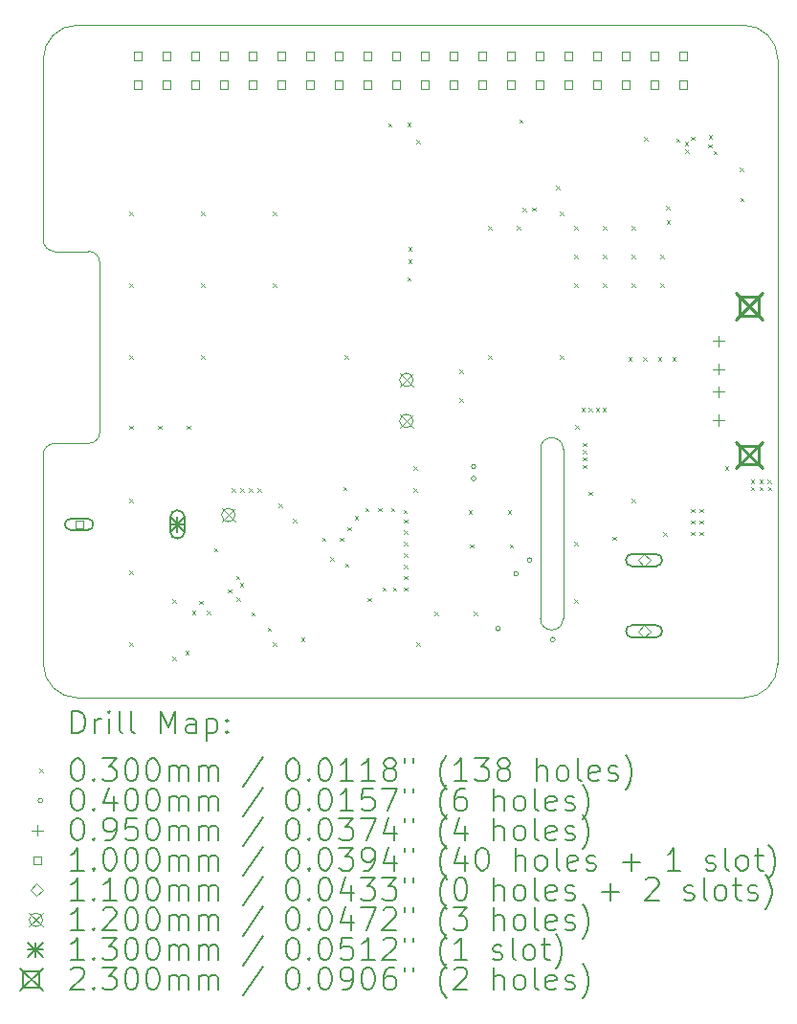
<source format=gbr>
%TF.GenerationSoftware,KiCad,Pcbnew,7.0.7*%
%TF.CreationDate,2024-01-28T22:11:28-03:30*%
%TF.ProjectId,ground-station,67726f75-6e64-42d7-9374-6174696f6e2e,rev?*%
%TF.SameCoordinates,Original*%
%TF.FileFunction,Drillmap*%
%TF.FilePolarity,Positive*%
%FSLAX45Y45*%
G04 Gerber Fmt 4.5, Leading zero omitted, Abs format (unit mm)*
G04 Created by KiCad (PCBNEW 7.0.7) date 2024-01-28 22:11:28*
%MOMM*%
%LPD*%
G01*
G04 APERTURE LIST*
%ADD10C,0.100000*%
%ADD11C,0.200000*%
%ADD12C,0.030000*%
%ADD13C,0.040000*%
%ADD14C,0.095000*%
%ADD15C,0.110000*%
%ADD16C,0.120000*%
%ADD17C,0.130000*%
%ADD18C,0.230000*%
G04 APERTURE END LIST*
D10*
X10319000Y-6588000D02*
X16219000Y-6588000D01*
X10319000Y-6588000D02*
G75*
G03*
X10019000Y-6888000I0J-300000D01*
G01*
X16519000Y-6888000D02*
X16519000Y-12238000D01*
X10119000Y-8588000D02*
X10419000Y-8588000D01*
X10019000Y-10388000D02*
X10019000Y-12238000D01*
X14419000Y-10338000D02*
X14419000Y-11838000D01*
X16519000Y-6888000D02*
G75*
G03*
X16219000Y-6588000I-300000J0D01*
G01*
X10019000Y-12238000D02*
G75*
G03*
X10319000Y-12538000I300000J0D01*
G01*
X10119000Y-10288000D02*
G75*
G03*
X10019000Y-10388000I0J-100000D01*
G01*
X10319000Y-12538000D02*
X16219000Y-12538000D01*
X14619000Y-10338000D02*
G75*
G03*
X14419000Y-10338000I-100000J0D01*
G01*
X10119000Y-10288000D02*
X10419000Y-10288000D01*
X16219000Y-12538000D02*
G75*
G03*
X16519000Y-12238000I0J300000D01*
G01*
X10419000Y-10288000D02*
G75*
G03*
X10519000Y-10188000I0J100000D01*
G01*
X10019000Y-6888000D02*
X10019000Y-8488000D01*
X14619000Y-10338000D02*
X14619000Y-11838000D01*
X14419000Y-11838000D02*
G75*
G03*
X14619000Y-11838000I100000J0D01*
G01*
X10519000Y-8688000D02*
G75*
G03*
X10419000Y-8588000I-100000J0D01*
G01*
X10019000Y-8488000D02*
G75*
G03*
X10119000Y-8588000I100000J0D01*
G01*
X10519000Y-8688000D02*
X10519000Y-10188000D01*
D11*
D12*
X10780000Y-8240000D02*
X10810000Y-8270000D01*
X10810000Y-8240000D02*
X10780000Y-8270000D01*
X10780000Y-8875000D02*
X10810000Y-8905000D01*
X10810000Y-8875000D02*
X10780000Y-8905000D01*
X10780000Y-9510000D02*
X10810000Y-9540000D01*
X10810000Y-9510000D02*
X10780000Y-9540000D01*
X10780000Y-10780000D02*
X10810000Y-10810000D01*
X10810000Y-10780000D02*
X10780000Y-10810000D01*
X10780000Y-11415000D02*
X10810000Y-11445000D01*
X10810000Y-11415000D02*
X10780000Y-11445000D01*
X10780000Y-12050000D02*
X10810000Y-12080000D01*
X10810000Y-12050000D02*
X10780000Y-12080000D01*
X10783000Y-10131000D02*
X10813000Y-10161000D01*
X10813000Y-10131000D02*
X10783000Y-10161000D01*
X11037000Y-10132000D02*
X11067000Y-10162000D01*
X11067000Y-10132000D02*
X11037000Y-10162000D01*
X11161000Y-11669000D02*
X11191000Y-11699000D01*
X11191000Y-11669000D02*
X11161000Y-11699000D01*
X11161000Y-12177000D02*
X11191000Y-12207000D01*
X11191000Y-12177000D02*
X11161000Y-12207000D01*
X11275000Y-12124000D02*
X11305000Y-12154000D01*
X11305000Y-12124000D02*
X11275000Y-12154000D01*
X11291000Y-10130000D02*
X11321000Y-10160000D01*
X11321000Y-10130000D02*
X11291000Y-10160000D01*
X11336000Y-11769000D02*
X11366000Y-11799000D01*
X11366000Y-11769000D02*
X11336000Y-11799000D01*
X11401000Y-11680000D02*
X11431000Y-11710000D01*
X11431000Y-11680000D02*
X11401000Y-11710000D01*
X11415000Y-8240000D02*
X11445000Y-8270000D01*
X11445000Y-8240000D02*
X11415000Y-8270000D01*
X11415000Y-8875000D02*
X11445000Y-8905000D01*
X11445000Y-8875000D02*
X11415000Y-8905000D01*
X11415000Y-9510000D02*
X11445000Y-9540000D01*
X11445000Y-9510000D02*
X11415000Y-9540000D01*
X11466000Y-11769000D02*
X11496000Y-11799000D01*
X11496000Y-11769000D02*
X11466000Y-11799000D01*
X11531000Y-11215000D02*
X11561000Y-11245000D01*
X11561000Y-11215000D02*
X11531000Y-11245000D01*
X11651000Y-11580000D02*
X11681000Y-11610000D01*
X11681000Y-11580000D02*
X11651000Y-11610000D01*
X11689000Y-10683000D02*
X11719000Y-10713000D01*
X11719000Y-10683000D02*
X11689000Y-10713000D01*
X11724000Y-11460000D02*
X11754000Y-11490000D01*
X11754000Y-11460000D02*
X11724000Y-11490000D01*
X11730000Y-11651000D02*
X11760000Y-11681000D01*
X11760000Y-11651000D02*
X11730000Y-11681000D01*
X11760000Y-11521000D02*
X11790000Y-11551000D01*
X11790000Y-11521000D02*
X11760000Y-11551000D01*
X11765000Y-10683000D02*
X11795000Y-10713000D01*
X11795000Y-10683000D02*
X11765000Y-10713000D01*
X11841000Y-10683000D02*
X11871000Y-10713000D01*
X11871000Y-10683000D02*
X11841000Y-10713000D01*
X11859000Y-11783000D02*
X11889000Y-11813000D01*
X11889000Y-11783000D02*
X11859000Y-11813000D01*
X11917000Y-10683000D02*
X11947000Y-10713000D01*
X11947000Y-10683000D02*
X11917000Y-10713000D01*
X12006000Y-11917000D02*
X12036000Y-11947000D01*
X12036000Y-11917000D02*
X12006000Y-11947000D01*
X12050000Y-8240000D02*
X12080000Y-8270000D01*
X12080000Y-8240000D02*
X12050000Y-8270000D01*
X12050000Y-8875000D02*
X12080000Y-8905000D01*
X12080000Y-8875000D02*
X12050000Y-8905000D01*
X12050000Y-12050000D02*
X12080000Y-12080000D01*
X12080000Y-12050000D02*
X12050000Y-12080000D01*
X12101000Y-10819000D02*
X12131000Y-10849000D01*
X12131000Y-10819000D02*
X12101000Y-10849000D01*
X12229000Y-10958000D02*
X12259000Y-10988000D01*
X12259000Y-10958000D02*
X12229000Y-10988000D01*
X12302000Y-12008000D02*
X12332000Y-12038000D01*
X12332000Y-12008000D02*
X12302000Y-12038000D01*
X12488000Y-11120000D02*
X12518000Y-11150000D01*
X12518000Y-11120000D02*
X12488000Y-11150000D01*
X12558000Y-11294000D02*
X12588000Y-11324000D01*
X12588000Y-11294000D02*
X12558000Y-11324000D01*
X12643000Y-11121000D02*
X12673000Y-11151000D01*
X12673000Y-11121000D02*
X12643000Y-11151000D01*
X12675000Y-10672000D02*
X12705000Y-10702000D01*
X12705000Y-10672000D02*
X12675000Y-10702000D01*
X12685000Y-9510000D02*
X12715000Y-9540000D01*
X12715000Y-9510000D02*
X12685000Y-9540000D01*
X12692000Y-11351000D02*
X12722000Y-11381000D01*
X12722000Y-11351000D02*
X12692000Y-11381000D01*
X12710000Y-11026000D02*
X12740000Y-11056000D01*
X12740000Y-11026000D02*
X12710000Y-11056000D01*
X12775000Y-10931000D02*
X12805000Y-10961000D01*
X12805000Y-10931000D02*
X12775000Y-10961000D01*
X12866000Y-10858000D02*
X12896000Y-10888000D01*
X12896000Y-10858000D02*
X12866000Y-10888000D01*
X12891000Y-11653000D02*
X12921000Y-11683000D01*
X12921000Y-11653000D02*
X12891000Y-11683000D01*
X12980333Y-10858000D02*
X13010333Y-10888000D01*
X13010333Y-10858000D02*
X12980333Y-10888000D01*
X13020000Y-11561000D02*
X13050000Y-11591000D01*
X13050000Y-11561000D02*
X13020000Y-11591000D01*
X13073000Y-7456000D02*
X13103000Y-7486000D01*
X13103000Y-7456000D02*
X13073000Y-7486000D01*
X13094667Y-10858000D02*
X13124667Y-10888000D01*
X13124667Y-10858000D02*
X13094667Y-10888000D01*
X13114500Y-11561000D02*
X13144500Y-11591000D01*
X13144500Y-11561000D02*
X13114500Y-11591000D01*
X13205000Y-10877000D02*
X13235000Y-10907000D01*
X13235000Y-10877000D02*
X13205000Y-10907000D01*
X13209000Y-10959286D02*
X13239000Y-10989286D01*
X13239000Y-10959286D02*
X13209000Y-10989286D01*
X13209000Y-11059571D02*
X13239000Y-11089571D01*
X13239000Y-11059571D02*
X13209000Y-11089571D01*
X13209000Y-11159857D02*
X13239000Y-11189857D01*
X13239000Y-11159857D02*
X13209000Y-11189857D01*
X13209000Y-11260143D02*
X13239000Y-11290143D01*
X13239000Y-11260143D02*
X13209000Y-11290143D01*
X13209000Y-11360428D02*
X13239000Y-11390428D01*
X13239000Y-11360428D02*
X13209000Y-11390428D01*
X13209000Y-11460714D02*
X13239000Y-11490714D01*
X13239000Y-11460714D02*
X13209000Y-11490714D01*
X13209000Y-11561000D02*
X13239000Y-11591000D01*
X13239000Y-11561000D02*
X13209000Y-11591000D01*
X13242000Y-7453000D02*
X13272000Y-7483000D01*
X13272000Y-7453000D02*
X13242000Y-7483000D01*
X13242000Y-8818000D02*
X13272000Y-8848000D01*
X13272000Y-8818000D02*
X13242000Y-8848000D01*
X13249000Y-8551000D02*
X13279000Y-8581000D01*
X13279000Y-8551000D02*
X13249000Y-8581000D01*
X13249000Y-8661000D02*
X13279000Y-8691000D01*
X13279000Y-8661000D02*
X13249000Y-8691000D01*
X13294250Y-10685750D02*
X13324250Y-10715750D01*
X13324250Y-10685750D02*
X13294250Y-10715750D01*
X13295000Y-10489000D02*
X13325000Y-10519000D01*
X13325000Y-10489000D02*
X13295000Y-10519000D01*
X13320000Y-7605000D02*
X13350000Y-7635000D01*
X13350000Y-7605000D02*
X13320000Y-7635000D01*
X13320000Y-12050000D02*
X13350000Y-12080000D01*
X13350000Y-12050000D02*
X13320000Y-12080000D01*
X13481000Y-11779000D02*
X13511000Y-11809000D01*
X13511000Y-11779000D02*
X13481000Y-11809000D01*
X13701000Y-9637000D02*
X13731000Y-9667000D01*
X13731000Y-9637000D02*
X13701000Y-9667000D01*
X13701000Y-9891000D02*
X13731000Y-9921000D01*
X13731000Y-9891000D02*
X13701000Y-9921000D01*
X13783000Y-10882000D02*
X13813000Y-10912000D01*
X13813000Y-10882000D02*
X13783000Y-10912000D01*
X13794000Y-11180000D02*
X13824000Y-11210000D01*
X13824000Y-11180000D02*
X13794000Y-11210000D01*
X13829000Y-11779000D02*
X13859000Y-11809000D01*
X13859000Y-11779000D02*
X13829000Y-11809000D01*
X13955000Y-8367000D02*
X13985000Y-8397000D01*
X13985000Y-8367000D02*
X13955000Y-8397000D01*
X13955000Y-9510000D02*
X13985000Y-9540000D01*
X13985000Y-9510000D02*
X13955000Y-9540000D01*
X14131000Y-10879000D02*
X14161000Y-10909000D01*
X14161000Y-10879000D02*
X14131000Y-10909000D01*
X14146000Y-11179000D02*
X14176000Y-11209000D01*
X14176000Y-11179000D02*
X14146000Y-11209000D01*
X14209000Y-8367000D02*
X14239000Y-8397000D01*
X14239000Y-8367000D02*
X14209000Y-8397000D01*
X14230000Y-7422000D02*
X14260000Y-7452000D01*
X14260000Y-7422000D02*
X14230000Y-7452000D01*
X14261000Y-8203000D02*
X14291000Y-8233000D01*
X14291000Y-8203000D02*
X14261000Y-8233000D01*
X14345000Y-8201000D02*
X14375000Y-8231000D01*
X14375000Y-8201000D02*
X14345000Y-8231000D01*
X14558000Y-8010000D02*
X14588000Y-8040000D01*
X14588000Y-8010000D02*
X14558000Y-8040000D01*
X14590000Y-8240000D02*
X14620000Y-8270000D01*
X14620000Y-8240000D02*
X14590000Y-8270000D01*
X14590000Y-9510000D02*
X14620000Y-9540000D01*
X14620000Y-9510000D02*
X14590000Y-9540000D01*
X14717000Y-8367000D02*
X14747000Y-8397000D01*
X14747000Y-8367000D02*
X14717000Y-8397000D01*
X14717000Y-8621000D02*
X14747000Y-8651000D01*
X14747000Y-8621000D02*
X14717000Y-8651000D01*
X14717000Y-8875000D02*
X14747000Y-8905000D01*
X14747000Y-8875000D02*
X14717000Y-8905000D01*
X14717000Y-11161000D02*
X14747000Y-11191000D01*
X14747000Y-11161000D02*
X14717000Y-11191000D01*
X14717000Y-11669000D02*
X14747000Y-11699000D01*
X14747000Y-11669000D02*
X14717000Y-11699000D01*
X14726045Y-10127692D02*
X14756045Y-10157692D01*
X14756045Y-10127692D02*
X14726045Y-10157692D01*
X14783000Y-9976000D02*
X14813000Y-10006000D01*
X14813000Y-9976000D02*
X14783000Y-10006000D01*
X14793000Y-10281000D02*
X14823000Y-10311000D01*
X14823000Y-10281000D02*
X14793000Y-10311000D01*
X14793000Y-10346000D02*
X14823000Y-10376000D01*
X14823000Y-10346000D02*
X14793000Y-10376000D01*
X14793000Y-10411000D02*
X14823000Y-10441000D01*
X14823000Y-10411000D02*
X14793000Y-10441000D01*
X14793000Y-10476000D02*
X14823000Y-10506000D01*
X14823000Y-10476000D02*
X14793000Y-10506000D01*
X14845000Y-9976000D02*
X14875000Y-10006000D01*
X14875000Y-9976000D02*
X14845000Y-10006000D01*
X14846000Y-10713000D02*
X14876000Y-10743000D01*
X14876000Y-10713000D02*
X14846000Y-10743000D01*
X14907000Y-9976000D02*
X14937000Y-10006000D01*
X14937000Y-9976000D02*
X14907000Y-10006000D01*
X14969000Y-9976000D02*
X14999000Y-10006000D01*
X14999000Y-9976000D02*
X14969000Y-10006000D01*
X14971000Y-8367000D02*
X15001000Y-8397000D01*
X15001000Y-8367000D02*
X14971000Y-8397000D01*
X14971000Y-8621000D02*
X15001000Y-8651000D01*
X15001000Y-8621000D02*
X14971000Y-8651000D01*
X14971000Y-8875000D02*
X15001000Y-8905000D01*
X15001000Y-8875000D02*
X14971000Y-8905000D01*
X15054500Y-11113000D02*
X15084500Y-11143000D01*
X15084500Y-11113000D02*
X15054500Y-11143000D01*
X15198000Y-9523000D02*
X15228000Y-9553000D01*
X15228000Y-9523000D02*
X15198000Y-9553000D01*
X15225000Y-8367000D02*
X15255000Y-8397000D01*
X15255000Y-8367000D02*
X15225000Y-8397000D01*
X15225000Y-8621000D02*
X15255000Y-8651000D01*
X15255000Y-8621000D02*
X15225000Y-8651000D01*
X15225000Y-8875000D02*
X15255000Y-8905000D01*
X15255000Y-8875000D02*
X15225000Y-8905000D01*
X15225000Y-10780000D02*
X15255000Y-10810000D01*
X15255000Y-10780000D02*
X15225000Y-10810000D01*
X15327667Y-9523000D02*
X15357667Y-9553000D01*
X15357667Y-9523000D02*
X15327667Y-9553000D01*
X15337000Y-7577000D02*
X15367000Y-7607000D01*
X15367000Y-7577000D02*
X15337000Y-7607000D01*
X15457333Y-9523000D02*
X15487333Y-9553000D01*
X15487333Y-9523000D02*
X15457333Y-9553000D01*
X15479000Y-8621000D02*
X15509000Y-8651000D01*
X15509000Y-8621000D02*
X15479000Y-8651000D01*
X15479000Y-8875000D02*
X15509000Y-8905000D01*
X15509000Y-8875000D02*
X15479000Y-8905000D01*
X15506000Y-11073000D02*
X15536000Y-11103000D01*
X15536000Y-11073000D02*
X15506000Y-11103000D01*
X15529800Y-8189200D02*
X15559800Y-8219200D01*
X15559800Y-8189200D02*
X15529800Y-8219200D01*
X15533000Y-8316000D02*
X15563000Y-8346000D01*
X15563000Y-8316000D02*
X15533000Y-8346000D01*
X15587000Y-9523000D02*
X15617000Y-9553000D01*
X15617000Y-9523000D02*
X15587000Y-9553000D01*
X15619000Y-7592050D02*
X15649000Y-7622050D01*
X15649000Y-7592050D02*
X15619000Y-7622050D01*
X15696700Y-7618965D02*
X15726700Y-7648965D01*
X15726700Y-7618965D02*
X15696700Y-7648965D01*
X15700171Y-7688829D02*
X15730171Y-7718829D01*
X15730171Y-7688829D02*
X15700171Y-7718829D01*
X15751000Y-7573000D02*
X15781000Y-7603000D01*
X15781000Y-7573000D02*
X15751000Y-7603000D01*
X15752000Y-10867250D02*
X15782000Y-10897250D01*
X15782000Y-10867250D02*
X15752000Y-10897250D01*
X15752000Y-10969250D02*
X15782000Y-10999250D01*
X15782000Y-10969250D02*
X15752000Y-10999250D01*
X15752000Y-11070250D02*
X15782000Y-11100250D01*
X15782000Y-11070250D02*
X15752000Y-11100250D01*
X15829000Y-10866250D02*
X15859000Y-10896250D01*
X15859000Y-10866250D02*
X15829000Y-10896250D01*
X15829000Y-10968250D02*
X15859000Y-10998250D01*
X15859000Y-10968250D02*
X15829000Y-10998250D01*
X15829000Y-11069250D02*
X15859000Y-11099250D01*
X15859000Y-11069250D02*
X15829000Y-11099250D01*
X15900950Y-7642741D02*
X15930950Y-7672741D01*
X15930950Y-7642741D02*
X15900950Y-7672741D01*
X15909000Y-7563000D02*
X15939000Y-7593000D01*
X15939000Y-7563000D02*
X15909000Y-7593000D01*
X15950550Y-7700000D02*
X15980550Y-7730000D01*
X15980550Y-7700000D02*
X15950550Y-7730000D01*
X16053000Y-10492000D02*
X16083000Y-10522000D01*
X16083000Y-10492000D02*
X16053000Y-10522000D01*
X16183000Y-7849000D02*
X16213000Y-7879000D01*
X16213000Y-7849000D02*
X16183000Y-7879000D01*
X16188000Y-8114000D02*
X16218000Y-8144000D01*
X16218000Y-8114000D02*
X16188000Y-8144000D01*
X16279000Y-10611000D02*
X16309000Y-10641000D01*
X16309000Y-10611000D02*
X16279000Y-10641000D01*
X16280000Y-10674000D02*
X16310000Y-10704000D01*
X16310000Y-10674000D02*
X16280000Y-10704000D01*
X16354500Y-10611000D02*
X16384500Y-10641000D01*
X16384500Y-10611000D02*
X16354500Y-10641000D01*
X16355500Y-10674000D02*
X16385500Y-10704000D01*
X16385500Y-10674000D02*
X16355500Y-10704000D01*
X16430000Y-10611000D02*
X16460000Y-10641000D01*
X16460000Y-10611000D02*
X16430000Y-10641000D01*
X16431000Y-10674000D02*
X16461000Y-10704000D01*
X16461000Y-10674000D02*
X16431000Y-10704000D01*
D13*
X13847000Y-10492000D02*
G75*
G03*
X13847000Y-10492000I-20000J0D01*
G01*
X13847000Y-10597000D02*
G75*
G03*
X13847000Y-10597000I-20000J0D01*
G01*
X14064000Y-11926000D02*
G75*
G03*
X14064000Y-11926000I-20000J0D01*
G01*
X14221896Y-11439104D02*
G75*
G03*
X14221896Y-11439104I-20000J0D01*
G01*
X14342104Y-11318896D02*
G75*
G03*
X14342104Y-11318896I-20000J0D01*
G01*
X14548000Y-12022000D02*
G75*
G03*
X14548000Y-12022000I-20000J0D01*
G01*
D14*
X15994000Y-9333500D02*
X15994000Y-9428500D01*
X15946500Y-9381000D02*
X16041500Y-9381000D01*
X15994000Y-9583500D02*
X15994000Y-9678500D01*
X15946500Y-9631000D02*
X16041500Y-9631000D01*
X15994000Y-9783500D02*
X15994000Y-9878500D01*
X15946500Y-9831000D02*
X16041500Y-9831000D01*
X15994000Y-10033500D02*
X15994000Y-10128500D01*
X15946500Y-10081000D02*
X16041500Y-10081000D01*
D10*
X10371356Y-11039356D02*
X10371356Y-10968644D01*
X10300644Y-10968644D01*
X10300644Y-11039356D01*
X10371356Y-11039356D01*
D11*
X10411000Y-10954000D02*
X10261000Y-10954000D01*
X10261000Y-10954000D02*
G75*
G03*
X10261000Y-11054000I0J-50000D01*
G01*
X10261000Y-11054000D02*
X10411000Y-11054000D01*
X10411000Y-11054000D02*
G75*
G03*
X10411000Y-10954000I0J50000D01*
G01*
D10*
X10891356Y-6896356D02*
X10891356Y-6825644D01*
X10820644Y-6825644D01*
X10820644Y-6896356D01*
X10891356Y-6896356D01*
X10891356Y-7150356D02*
X10891356Y-7079644D01*
X10820644Y-7079644D01*
X10820644Y-7150356D01*
X10891356Y-7150356D01*
X11145356Y-6896356D02*
X11145356Y-6825644D01*
X11074644Y-6825644D01*
X11074644Y-6896356D01*
X11145356Y-6896356D01*
X11145356Y-7150356D02*
X11145356Y-7079644D01*
X11074644Y-7079644D01*
X11074644Y-7150356D01*
X11145356Y-7150356D01*
X11399356Y-6896356D02*
X11399356Y-6825644D01*
X11328644Y-6825644D01*
X11328644Y-6896356D01*
X11399356Y-6896356D01*
X11399356Y-7150356D02*
X11399356Y-7079644D01*
X11328644Y-7079644D01*
X11328644Y-7150356D01*
X11399356Y-7150356D01*
X11653356Y-6896356D02*
X11653356Y-6825644D01*
X11582644Y-6825644D01*
X11582644Y-6896356D01*
X11653356Y-6896356D01*
X11653356Y-7150356D02*
X11653356Y-7079644D01*
X11582644Y-7079644D01*
X11582644Y-7150356D01*
X11653356Y-7150356D01*
X11907356Y-6896356D02*
X11907356Y-6825644D01*
X11836644Y-6825644D01*
X11836644Y-6896356D01*
X11907356Y-6896356D01*
X11907356Y-7150356D02*
X11907356Y-7079644D01*
X11836644Y-7079644D01*
X11836644Y-7150356D01*
X11907356Y-7150356D01*
X12161356Y-6896356D02*
X12161356Y-6825644D01*
X12090644Y-6825644D01*
X12090644Y-6896356D01*
X12161356Y-6896356D01*
X12161356Y-7150356D02*
X12161356Y-7079644D01*
X12090644Y-7079644D01*
X12090644Y-7150356D01*
X12161356Y-7150356D01*
X12415356Y-6896356D02*
X12415356Y-6825644D01*
X12344644Y-6825644D01*
X12344644Y-6896356D01*
X12415356Y-6896356D01*
X12415356Y-7150356D02*
X12415356Y-7079644D01*
X12344644Y-7079644D01*
X12344644Y-7150356D01*
X12415356Y-7150356D01*
X12669356Y-6896356D02*
X12669356Y-6825644D01*
X12598644Y-6825644D01*
X12598644Y-6896356D01*
X12669356Y-6896356D01*
X12669356Y-7150356D02*
X12669356Y-7079644D01*
X12598644Y-7079644D01*
X12598644Y-7150356D01*
X12669356Y-7150356D01*
X12923356Y-6896356D02*
X12923356Y-6825644D01*
X12852644Y-6825644D01*
X12852644Y-6896356D01*
X12923356Y-6896356D01*
X12923356Y-7150356D02*
X12923356Y-7079644D01*
X12852644Y-7079644D01*
X12852644Y-7150356D01*
X12923356Y-7150356D01*
X13177356Y-6896356D02*
X13177356Y-6825644D01*
X13106644Y-6825644D01*
X13106644Y-6896356D01*
X13177356Y-6896356D01*
X13177356Y-7150356D02*
X13177356Y-7079644D01*
X13106644Y-7079644D01*
X13106644Y-7150356D01*
X13177356Y-7150356D01*
X13431356Y-6896356D02*
X13431356Y-6825644D01*
X13360644Y-6825644D01*
X13360644Y-6896356D01*
X13431356Y-6896356D01*
X13431356Y-7150356D02*
X13431356Y-7079644D01*
X13360644Y-7079644D01*
X13360644Y-7150356D01*
X13431356Y-7150356D01*
X13685356Y-6896356D02*
X13685356Y-6825644D01*
X13614644Y-6825644D01*
X13614644Y-6896356D01*
X13685356Y-6896356D01*
X13685356Y-7150356D02*
X13685356Y-7079644D01*
X13614644Y-7079644D01*
X13614644Y-7150356D01*
X13685356Y-7150356D01*
X13939356Y-6896356D02*
X13939356Y-6825644D01*
X13868644Y-6825644D01*
X13868644Y-6896356D01*
X13939356Y-6896356D01*
X13939356Y-7150356D02*
X13939356Y-7079644D01*
X13868644Y-7079644D01*
X13868644Y-7150356D01*
X13939356Y-7150356D01*
X14193356Y-6896356D02*
X14193356Y-6825644D01*
X14122644Y-6825644D01*
X14122644Y-6896356D01*
X14193356Y-6896356D01*
X14193356Y-7150356D02*
X14193356Y-7079644D01*
X14122644Y-7079644D01*
X14122644Y-7150356D01*
X14193356Y-7150356D01*
X14447356Y-6896356D02*
X14447356Y-6825644D01*
X14376644Y-6825644D01*
X14376644Y-6896356D01*
X14447356Y-6896356D01*
X14447356Y-7150356D02*
X14447356Y-7079644D01*
X14376644Y-7079644D01*
X14376644Y-7150356D01*
X14447356Y-7150356D01*
X14701356Y-6896356D02*
X14701356Y-6825644D01*
X14630644Y-6825644D01*
X14630644Y-6896356D01*
X14701356Y-6896356D01*
X14701356Y-7150356D02*
X14701356Y-7079644D01*
X14630644Y-7079644D01*
X14630644Y-7150356D01*
X14701356Y-7150356D01*
X14955356Y-6896356D02*
X14955356Y-6825644D01*
X14884644Y-6825644D01*
X14884644Y-6896356D01*
X14955356Y-6896356D01*
X14955356Y-7150356D02*
X14955356Y-7079644D01*
X14884644Y-7079644D01*
X14884644Y-7150356D01*
X14955356Y-7150356D01*
X15209356Y-6896356D02*
X15209356Y-6825644D01*
X15138644Y-6825644D01*
X15138644Y-6896356D01*
X15209356Y-6896356D01*
X15209356Y-7150356D02*
X15209356Y-7079644D01*
X15138644Y-7079644D01*
X15138644Y-7150356D01*
X15209356Y-7150356D01*
X15463356Y-6896356D02*
X15463356Y-6825644D01*
X15392644Y-6825644D01*
X15392644Y-6896356D01*
X15463356Y-6896356D01*
X15463356Y-7150356D02*
X15463356Y-7079644D01*
X15392644Y-7079644D01*
X15392644Y-7150356D01*
X15463356Y-7150356D01*
X15717356Y-6896356D02*
X15717356Y-6825644D01*
X15646644Y-6825644D01*
X15646644Y-6896356D01*
X15717356Y-6896356D01*
X15717356Y-7150356D02*
X15717356Y-7079644D01*
X15646644Y-7079644D01*
X15646644Y-7150356D01*
X15717356Y-7150356D01*
D15*
X15335000Y-11375000D02*
X15390000Y-11320000D01*
X15335000Y-11265000D01*
X15280000Y-11320000D01*
X15335000Y-11375000D01*
D11*
X15440000Y-11265000D02*
X15230000Y-11265000D01*
X15230000Y-11265000D02*
G75*
G03*
X15230000Y-11375000I0J-55000D01*
G01*
X15230000Y-11375000D02*
X15440000Y-11375000D01*
X15440000Y-11375000D02*
G75*
G03*
X15440000Y-11265000I0J55000D01*
G01*
D15*
X15335000Y-12005000D02*
X15390000Y-11950000D01*
X15335000Y-11895000D01*
X15280000Y-11950000D01*
X15335000Y-12005000D01*
D11*
X15440000Y-11895000D02*
X15230000Y-11895000D01*
X15230000Y-11895000D02*
G75*
G03*
X15230000Y-12005000I0J-55000D01*
G01*
X15230000Y-12005000D02*
X15440000Y-12005000D01*
X15440000Y-12005000D02*
G75*
G03*
X15440000Y-11895000I0J55000D01*
G01*
D16*
X11597000Y-10861000D02*
X11717000Y-10981000D01*
X11717000Y-10861000D02*
X11597000Y-10981000D01*
X11717000Y-10921000D02*
G75*
G03*
X11717000Y-10921000I-60000J0D01*
G01*
X13172000Y-9666000D02*
X13292000Y-9786000D01*
X13292000Y-9666000D02*
X13172000Y-9786000D01*
X13292000Y-9726000D02*
G75*
G03*
X13292000Y-9726000I-60000J0D01*
G01*
X13172000Y-10029000D02*
X13292000Y-10149000D01*
X13292000Y-10029000D02*
X13172000Y-10149000D01*
X13292000Y-10089000D02*
G75*
G03*
X13292000Y-10089000I-60000J0D01*
G01*
D17*
X11141000Y-10939000D02*
X11271000Y-11069000D01*
X11271000Y-10939000D02*
X11141000Y-11069000D01*
X11206000Y-10939000D02*
X11206000Y-11069000D01*
X11141000Y-11004000D02*
X11271000Y-11004000D01*
D11*
X11271000Y-11064000D02*
X11271000Y-10944000D01*
X11271000Y-10944000D02*
G75*
G03*
X11141000Y-10944000I-65000J0D01*
G01*
X11141000Y-10944000D02*
X11141000Y-11064000D01*
X11141000Y-11064000D02*
G75*
G03*
X11271000Y-11064000I65000J0D01*
G01*
D18*
X16150000Y-8959000D02*
X16380000Y-9189000D01*
X16380000Y-8959000D02*
X16150000Y-9189000D01*
X16346318Y-9155318D02*
X16346318Y-8992682D01*
X16183682Y-8992682D01*
X16183682Y-9155318D01*
X16346318Y-9155318D01*
X16150000Y-10273000D02*
X16380000Y-10503000D01*
X16380000Y-10273000D02*
X16150000Y-10503000D01*
X16346318Y-10469318D02*
X16346318Y-10306682D01*
X16183682Y-10306682D01*
X16183682Y-10469318D01*
X16346318Y-10469318D01*
D11*
X10274777Y-12854484D02*
X10274777Y-12654484D01*
X10274777Y-12654484D02*
X10322396Y-12654484D01*
X10322396Y-12654484D02*
X10350967Y-12664008D01*
X10350967Y-12664008D02*
X10370015Y-12683055D01*
X10370015Y-12683055D02*
X10379539Y-12702103D01*
X10379539Y-12702103D02*
X10389063Y-12740198D01*
X10389063Y-12740198D02*
X10389063Y-12768769D01*
X10389063Y-12768769D02*
X10379539Y-12806865D01*
X10379539Y-12806865D02*
X10370015Y-12825912D01*
X10370015Y-12825912D02*
X10350967Y-12844960D01*
X10350967Y-12844960D02*
X10322396Y-12854484D01*
X10322396Y-12854484D02*
X10274777Y-12854484D01*
X10474777Y-12854484D02*
X10474777Y-12721150D01*
X10474777Y-12759246D02*
X10484301Y-12740198D01*
X10484301Y-12740198D02*
X10493824Y-12730674D01*
X10493824Y-12730674D02*
X10512872Y-12721150D01*
X10512872Y-12721150D02*
X10531920Y-12721150D01*
X10598586Y-12854484D02*
X10598586Y-12721150D01*
X10598586Y-12654484D02*
X10589063Y-12664008D01*
X10589063Y-12664008D02*
X10598586Y-12673531D01*
X10598586Y-12673531D02*
X10608110Y-12664008D01*
X10608110Y-12664008D02*
X10598586Y-12654484D01*
X10598586Y-12654484D02*
X10598586Y-12673531D01*
X10722396Y-12854484D02*
X10703348Y-12844960D01*
X10703348Y-12844960D02*
X10693824Y-12825912D01*
X10693824Y-12825912D02*
X10693824Y-12654484D01*
X10827158Y-12854484D02*
X10808110Y-12844960D01*
X10808110Y-12844960D02*
X10798586Y-12825912D01*
X10798586Y-12825912D02*
X10798586Y-12654484D01*
X11055729Y-12854484D02*
X11055729Y-12654484D01*
X11055729Y-12654484D02*
X11122396Y-12797341D01*
X11122396Y-12797341D02*
X11189062Y-12654484D01*
X11189062Y-12654484D02*
X11189062Y-12854484D01*
X11370015Y-12854484D02*
X11370015Y-12749722D01*
X11370015Y-12749722D02*
X11360491Y-12730674D01*
X11360491Y-12730674D02*
X11341443Y-12721150D01*
X11341443Y-12721150D02*
X11303348Y-12721150D01*
X11303348Y-12721150D02*
X11284301Y-12730674D01*
X11370015Y-12844960D02*
X11350967Y-12854484D01*
X11350967Y-12854484D02*
X11303348Y-12854484D01*
X11303348Y-12854484D02*
X11284301Y-12844960D01*
X11284301Y-12844960D02*
X11274777Y-12825912D01*
X11274777Y-12825912D02*
X11274777Y-12806865D01*
X11274777Y-12806865D02*
X11284301Y-12787817D01*
X11284301Y-12787817D02*
X11303348Y-12778293D01*
X11303348Y-12778293D02*
X11350967Y-12778293D01*
X11350967Y-12778293D02*
X11370015Y-12768769D01*
X11465253Y-12721150D02*
X11465253Y-12921150D01*
X11465253Y-12730674D02*
X11484301Y-12721150D01*
X11484301Y-12721150D02*
X11522396Y-12721150D01*
X11522396Y-12721150D02*
X11541443Y-12730674D01*
X11541443Y-12730674D02*
X11550967Y-12740198D01*
X11550967Y-12740198D02*
X11560491Y-12759246D01*
X11560491Y-12759246D02*
X11560491Y-12816388D01*
X11560491Y-12816388D02*
X11550967Y-12835436D01*
X11550967Y-12835436D02*
X11541443Y-12844960D01*
X11541443Y-12844960D02*
X11522396Y-12854484D01*
X11522396Y-12854484D02*
X11484301Y-12854484D01*
X11484301Y-12854484D02*
X11465253Y-12844960D01*
X11646205Y-12835436D02*
X11655729Y-12844960D01*
X11655729Y-12844960D02*
X11646205Y-12854484D01*
X11646205Y-12854484D02*
X11636682Y-12844960D01*
X11636682Y-12844960D02*
X11646205Y-12835436D01*
X11646205Y-12835436D02*
X11646205Y-12854484D01*
X11646205Y-12730674D02*
X11655729Y-12740198D01*
X11655729Y-12740198D02*
X11646205Y-12749722D01*
X11646205Y-12749722D02*
X11636682Y-12740198D01*
X11636682Y-12740198D02*
X11646205Y-12730674D01*
X11646205Y-12730674D02*
X11646205Y-12749722D01*
D12*
X9984000Y-13168000D02*
X10014000Y-13198000D01*
X10014000Y-13168000D02*
X9984000Y-13198000D01*
D11*
X10312872Y-13074484D02*
X10331920Y-13074484D01*
X10331920Y-13074484D02*
X10350967Y-13084008D01*
X10350967Y-13084008D02*
X10360491Y-13093531D01*
X10360491Y-13093531D02*
X10370015Y-13112579D01*
X10370015Y-13112579D02*
X10379539Y-13150674D01*
X10379539Y-13150674D02*
X10379539Y-13198293D01*
X10379539Y-13198293D02*
X10370015Y-13236388D01*
X10370015Y-13236388D02*
X10360491Y-13255436D01*
X10360491Y-13255436D02*
X10350967Y-13264960D01*
X10350967Y-13264960D02*
X10331920Y-13274484D01*
X10331920Y-13274484D02*
X10312872Y-13274484D01*
X10312872Y-13274484D02*
X10293824Y-13264960D01*
X10293824Y-13264960D02*
X10284301Y-13255436D01*
X10284301Y-13255436D02*
X10274777Y-13236388D01*
X10274777Y-13236388D02*
X10265253Y-13198293D01*
X10265253Y-13198293D02*
X10265253Y-13150674D01*
X10265253Y-13150674D02*
X10274777Y-13112579D01*
X10274777Y-13112579D02*
X10284301Y-13093531D01*
X10284301Y-13093531D02*
X10293824Y-13084008D01*
X10293824Y-13084008D02*
X10312872Y-13074484D01*
X10465253Y-13255436D02*
X10474777Y-13264960D01*
X10474777Y-13264960D02*
X10465253Y-13274484D01*
X10465253Y-13274484D02*
X10455729Y-13264960D01*
X10455729Y-13264960D02*
X10465253Y-13255436D01*
X10465253Y-13255436D02*
X10465253Y-13274484D01*
X10541444Y-13074484D02*
X10665253Y-13074484D01*
X10665253Y-13074484D02*
X10598586Y-13150674D01*
X10598586Y-13150674D02*
X10627158Y-13150674D01*
X10627158Y-13150674D02*
X10646205Y-13160198D01*
X10646205Y-13160198D02*
X10655729Y-13169722D01*
X10655729Y-13169722D02*
X10665253Y-13188769D01*
X10665253Y-13188769D02*
X10665253Y-13236388D01*
X10665253Y-13236388D02*
X10655729Y-13255436D01*
X10655729Y-13255436D02*
X10646205Y-13264960D01*
X10646205Y-13264960D02*
X10627158Y-13274484D01*
X10627158Y-13274484D02*
X10570015Y-13274484D01*
X10570015Y-13274484D02*
X10550967Y-13264960D01*
X10550967Y-13264960D02*
X10541444Y-13255436D01*
X10789063Y-13074484D02*
X10808110Y-13074484D01*
X10808110Y-13074484D02*
X10827158Y-13084008D01*
X10827158Y-13084008D02*
X10836682Y-13093531D01*
X10836682Y-13093531D02*
X10846205Y-13112579D01*
X10846205Y-13112579D02*
X10855729Y-13150674D01*
X10855729Y-13150674D02*
X10855729Y-13198293D01*
X10855729Y-13198293D02*
X10846205Y-13236388D01*
X10846205Y-13236388D02*
X10836682Y-13255436D01*
X10836682Y-13255436D02*
X10827158Y-13264960D01*
X10827158Y-13264960D02*
X10808110Y-13274484D01*
X10808110Y-13274484D02*
X10789063Y-13274484D01*
X10789063Y-13274484D02*
X10770015Y-13264960D01*
X10770015Y-13264960D02*
X10760491Y-13255436D01*
X10760491Y-13255436D02*
X10750967Y-13236388D01*
X10750967Y-13236388D02*
X10741444Y-13198293D01*
X10741444Y-13198293D02*
X10741444Y-13150674D01*
X10741444Y-13150674D02*
X10750967Y-13112579D01*
X10750967Y-13112579D02*
X10760491Y-13093531D01*
X10760491Y-13093531D02*
X10770015Y-13084008D01*
X10770015Y-13084008D02*
X10789063Y-13074484D01*
X10979539Y-13074484D02*
X10998586Y-13074484D01*
X10998586Y-13074484D02*
X11017634Y-13084008D01*
X11017634Y-13084008D02*
X11027158Y-13093531D01*
X11027158Y-13093531D02*
X11036682Y-13112579D01*
X11036682Y-13112579D02*
X11046205Y-13150674D01*
X11046205Y-13150674D02*
X11046205Y-13198293D01*
X11046205Y-13198293D02*
X11036682Y-13236388D01*
X11036682Y-13236388D02*
X11027158Y-13255436D01*
X11027158Y-13255436D02*
X11017634Y-13264960D01*
X11017634Y-13264960D02*
X10998586Y-13274484D01*
X10998586Y-13274484D02*
X10979539Y-13274484D01*
X10979539Y-13274484D02*
X10960491Y-13264960D01*
X10960491Y-13264960D02*
X10950967Y-13255436D01*
X10950967Y-13255436D02*
X10941444Y-13236388D01*
X10941444Y-13236388D02*
X10931920Y-13198293D01*
X10931920Y-13198293D02*
X10931920Y-13150674D01*
X10931920Y-13150674D02*
X10941444Y-13112579D01*
X10941444Y-13112579D02*
X10950967Y-13093531D01*
X10950967Y-13093531D02*
X10960491Y-13084008D01*
X10960491Y-13084008D02*
X10979539Y-13074484D01*
X11131920Y-13274484D02*
X11131920Y-13141150D01*
X11131920Y-13160198D02*
X11141444Y-13150674D01*
X11141444Y-13150674D02*
X11160491Y-13141150D01*
X11160491Y-13141150D02*
X11189063Y-13141150D01*
X11189063Y-13141150D02*
X11208110Y-13150674D01*
X11208110Y-13150674D02*
X11217634Y-13169722D01*
X11217634Y-13169722D02*
X11217634Y-13274484D01*
X11217634Y-13169722D02*
X11227158Y-13150674D01*
X11227158Y-13150674D02*
X11246205Y-13141150D01*
X11246205Y-13141150D02*
X11274777Y-13141150D01*
X11274777Y-13141150D02*
X11293824Y-13150674D01*
X11293824Y-13150674D02*
X11303348Y-13169722D01*
X11303348Y-13169722D02*
X11303348Y-13274484D01*
X11398586Y-13274484D02*
X11398586Y-13141150D01*
X11398586Y-13160198D02*
X11408110Y-13150674D01*
X11408110Y-13150674D02*
X11427158Y-13141150D01*
X11427158Y-13141150D02*
X11455729Y-13141150D01*
X11455729Y-13141150D02*
X11474777Y-13150674D01*
X11474777Y-13150674D02*
X11484301Y-13169722D01*
X11484301Y-13169722D02*
X11484301Y-13274484D01*
X11484301Y-13169722D02*
X11493824Y-13150674D01*
X11493824Y-13150674D02*
X11512872Y-13141150D01*
X11512872Y-13141150D02*
X11541443Y-13141150D01*
X11541443Y-13141150D02*
X11560491Y-13150674D01*
X11560491Y-13150674D02*
X11570015Y-13169722D01*
X11570015Y-13169722D02*
X11570015Y-13274484D01*
X11960491Y-13064960D02*
X11789063Y-13322103D01*
X12217634Y-13074484D02*
X12236682Y-13074484D01*
X12236682Y-13074484D02*
X12255729Y-13084008D01*
X12255729Y-13084008D02*
X12265253Y-13093531D01*
X12265253Y-13093531D02*
X12274777Y-13112579D01*
X12274777Y-13112579D02*
X12284301Y-13150674D01*
X12284301Y-13150674D02*
X12284301Y-13198293D01*
X12284301Y-13198293D02*
X12274777Y-13236388D01*
X12274777Y-13236388D02*
X12265253Y-13255436D01*
X12265253Y-13255436D02*
X12255729Y-13264960D01*
X12255729Y-13264960D02*
X12236682Y-13274484D01*
X12236682Y-13274484D02*
X12217634Y-13274484D01*
X12217634Y-13274484D02*
X12198586Y-13264960D01*
X12198586Y-13264960D02*
X12189063Y-13255436D01*
X12189063Y-13255436D02*
X12179539Y-13236388D01*
X12179539Y-13236388D02*
X12170015Y-13198293D01*
X12170015Y-13198293D02*
X12170015Y-13150674D01*
X12170015Y-13150674D02*
X12179539Y-13112579D01*
X12179539Y-13112579D02*
X12189063Y-13093531D01*
X12189063Y-13093531D02*
X12198586Y-13084008D01*
X12198586Y-13084008D02*
X12217634Y-13074484D01*
X12370015Y-13255436D02*
X12379539Y-13264960D01*
X12379539Y-13264960D02*
X12370015Y-13274484D01*
X12370015Y-13274484D02*
X12360491Y-13264960D01*
X12360491Y-13264960D02*
X12370015Y-13255436D01*
X12370015Y-13255436D02*
X12370015Y-13274484D01*
X12503348Y-13074484D02*
X12522396Y-13074484D01*
X12522396Y-13074484D02*
X12541444Y-13084008D01*
X12541444Y-13084008D02*
X12550967Y-13093531D01*
X12550967Y-13093531D02*
X12560491Y-13112579D01*
X12560491Y-13112579D02*
X12570015Y-13150674D01*
X12570015Y-13150674D02*
X12570015Y-13198293D01*
X12570015Y-13198293D02*
X12560491Y-13236388D01*
X12560491Y-13236388D02*
X12550967Y-13255436D01*
X12550967Y-13255436D02*
X12541444Y-13264960D01*
X12541444Y-13264960D02*
X12522396Y-13274484D01*
X12522396Y-13274484D02*
X12503348Y-13274484D01*
X12503348Y-13274484D02*
X12484301Y-13264960D01*
X12484301Y-13264960D02*
X12474777Y-13255436D01*
X12474777Y-13255436D02*
X12465253Y-13236388D01*
X12465253Y-13236388D02*
X12455729Y-13198293D01*
X12455729Y-13198293D02*
X12455729Y-13150674D01*
X12455729Y-13150674D02*
X12465253Y-13112579D01*
X12465253Y-13112579D02*
X12474777Y-13093531D01*
X12474777Y-13093531D02*
X12484301Y-13084008D01*
X12484301Y-13084008D02*
X12503348Y-13074484D01*
X12760491Y-13274484D02*
X12646206Y-13274484D01*
X12703348Y-13274484D02*
X12703348Y-13074484D01*
X12703348Y-13074484D02*
X12684301Y-13103055D01*
X12684301Y-13103055D02*
X12665253Y-13122103D01*
X12665253Y-13122103D02*
X12646206Y-13131627D01*
X12950967Y-13274484D02*
X12836682Y-13274484D01*
X12893825Y-13274484D02*
X12893825Y-13074484D01*
X12893825Y-13074484D02*
X12874777Y-13103055D01*
X12874777Y-13103055D02*
X12855729Y-13122103D01*
X12855729Y-13122103D02*
X12836682Y-13131627D01*
X13065253Y-13160198D02*
X13046206Y-13150674D01*
X13046206Y-13150674D02*
X13036682Y-13141150D01*
X13036682Y-13141150D02*
X13027158Y-13122103D01*
X13027158Y-13122103D02*
X13027158Y-13112579D01*
X13027158Y-13112579D02*
X13036682Y-13093531D01*
X13036682Y-13093531D02*
X13046206Y-13084008D01*
X13046206Y-13084008D02*
X13065253Y-13074484D01*
X13065253Y-13074484D02*
X13103348Y-13074484D01*
X13103348Y-13074484D02*
X13122396Y-13084008D01*
X13122396Y-13084008D02*
X13131920Y-13093531D01*
X13131920Y-13093531D02*
X13141444Y-13112579D01*
X13141444Y-13112579D02*
X13141444Y-13122103D01*
X13141444Y-13122103D02*
X13131920Y-13141150D01*
X13131920Y-13141150D02*
X13122396Y-13150674D01*
X13122396Y-13150674D02*
X13103348Y-13160198D01*
X13103348Y-13160198D02*
X13065253Y-13160198D01*
X13065253Y-13160198D02*
X13046206Y-13169722D01*
X13046206Y-13169722D02*
X13036682Y-13179246D01*
X13036682Y-13179246D02*
X13027158Y-13198293D01*
X13027158Y-13198293D02*
X13027158Y-13236388D01*
X13027158Y-13236388D02*
X13036682Y-13255436D01*
X13036682Y-13255436D02*
X13046206Y-13264960D01*
X13046206Y-13264960D02*
X13065253Y-13274484D01*
X13065253Y-13274484D02*
X13103348Y-13274484D01*
X13103348Y-13274484D02*
X13122396Y-13264960D01*
X13122396Y-13264960D02*
X13131920Y-13255436D01*
X13131920Y-13255436D02*
X13141444Y-13236388D01*
X13141444Y-13236388D02*
X13141444Y-13198293D01*
X13141444Y-13198293D02*
X13131920Y-13179246D01*
X13131920Y-13179246D02*
X13122396Y-13169722D01*
X13122396Y-13169722D02*
X13103348Y-13160198D01*
X13217634Y-13074484D02*
X13217634Y-13112579D01*
X13293825Y-13074484D02*
X13293825Y-13112579D01*
X13589063Y-13350674D02*
X13579539Y-13341150D01*
X13579539Y-13341150D02*
X13560491Y-13312579D01*
X13560491Y-13312579D02*
X13550968Y-13293531D01*
X13550968Y-13293531D02*
X13541444Y-13264960D01*
X13541444Y-13264960D02*
X13531920Y-13217341D01*
X13531920Y-13217341D02*
X13531920Y-13179246D01*
X13531920Y-13179246D02*
X13541444Y-13131627D01*
X13541444Y-13131627D02*
X13550968Y-13103055D01*
X13550968Y-13103055D02*
X13560491Y-13084008D01*
X13560491Y-13084008D02*
X13579539Y-13055436D01*
X13579539Y-13055436D02*
X13589063Y-13045912D01*
X13770015Y-13274484D02*
X13655729Y-13274484D01*
X13712872Y-13274484D02*
X13712872Y-13074484D01*
X13712872Y-13074484D02*
X13693825Y-13103055D01*
X13693825Y-13103055D02*
X13674777Y-13122103D01*
X13674777Y-13122103D02*
X13655729Y-13131627D01*
X13836682Y-13074484D02*
X13960491Y-13074484D01*
X13960491Y-13074484D02*
X13893825Y-13150674D01*
X13893825Y-13150674D02*
X13922396Y-13150674D01*
X13922396Y-13150674D02*
X13941444Y-13160198D01*
X13941444Y-13160198D02*
X13950968Y-13169722D01*
X13950968Y-13169722D02*
X13960491Y-13188769D01*
X13960491Y-13188769D02*
X13960491Y-13236388D01*
X13960491Y-13236388D02*
X13950968Y-13255436D01*
X13950968Y-13255436D02*
X13941444Y-13264960D01*
X13941444Y-13264960D02*
X13922396Y-13274484D01*
X13922396Y-13274484D02*
X13865253Y-13274484D01*
X13865253Y-13274484D02*
X13846206Y-13264960D01*
X13846206Y-13264960D02*
X13836682Y-13255436D01*
X14074777Y-13160198D02*
X14055729Y-13150674D01*
X14055729Y-13150674D02*
X14046206Y-13141150D01*
X14046206Y-13141150D02*
X14036682Y-13122103D01*
X14036682Y-13122103D02*
X14036682Y-13112579D01*
X14036682Y-13112579D02*
X14046206Y-13093531D01*
X14046206Y-13093531D02*
X14055729Y-13084008D01*
X14055729Y-13084008D02*
X14074777Y-13074484D01*
X14074777Y-13074484D02*
X14112872Y-13074484D01*
X14112872Y-13074484D02*
X14131920Y-13084008D01*
X14131920Y-13084008D02*
X14141444Y-13093531D01*
X14141444Y-13093531D02*
X14150968Y-13112579D01*
X14150968Y-13112579D02*
X14150968Y-13122103D01*
X14150968Y-13122103D02*
X14141444Y-13141150D01*
X14141444Y-13141150D02*
X14131920Y-13150674D01*
X14131920Y-13150674D02*
X14112872Y-13160198D01*
X14112872Y-13160198D02*
X14074777Y-13160198D01*
X14074777Y-13160198D02*
X14055729Y-13169722D01*
X14055729Y-13169722D02*
X14046206Y-13179246D01*
X14046206Y-13179246D02*
X14036682Y-13198293D01*
X14036682Y-13198293D02*
X14036682Y-13236388D01*
X14036682Y-13236388D02*
X14046206Y-13255436D01*
X14046206Y-13255436D02*
X14055729Y-13264960D01*
X14055729Y-13264960D02*
X14074777Y-13274484D01*
X14074777Y-13274484D02*
X14112872Y-13274484D01*
X14112872Y-13274484D02*
X14131920Y-13264960D01*
X14131920Y-13264960D02*
X14141444Y-13255436D01*
X14141444Y-13255436D02*
X14150968Y-13236388D01*
X14150968Y-13236388D02*
X14150968Y-13198293D01*
X14150968Y-13198293D02*
X14141444Y-13179246D01*
X14141444Y-13179246D02*
X14131920Y-13169722D01*
X14131920Y-13169722D02*
X14112872Y-13160198D01*
X14389063Y-13274484D02*
X14389063Y-13074484D01*
X14474777Y-13274484D02*
X14474777Y-13169722D01*
X14474777Y-13169722D02*
X14465253Y-13150674D01*
X14465253Y-13150674D02*
X14446206Y-13141150D01*
X14446206Y-13141150D02*
X14417634Y-13141150D01*
X14417634Y-13141150D02*
X14398587Y-13150674D01*
X14398587Y-13150674D02*
X14389063Y-13160198D01*
X14598587Y-13274484D02*
X14579539Y-13264960D01*
X14579539Y-13264960D02*
X14570015Y-13255436D01*
X14570015Y-13255436D02*
X14560491Y-13236388D01*
X14560491Y-13236388D02*
X14560491Y-13179246D01*
X14560491Y-13179246D02*
X14570015Y-13160198D01*
X14570015Y-13160198D02*
X14579539Y-13150674D01*
X14579539Y-13150674D02*
X14598587Y-13141150D01*
X14598587Y-13141150D02*
X14627158Y-13141150D01*
X14627158Y-13141150D02*
X14646206Y-13150674D01*
X14646206Y-13150674D02*
X14655730Y-13160198D01*
X14655730Y-13160198D02*
X14665253Y-13179246D01*
X14665253Y-13179246D02*
X14665253Y-13236388D01*
X14665253Y-13236388D02*
X14655730Y-13255436D01*
X14655730Y-13255436D02*
X14646206Y-13264960D01*
X14646206Y-13264960D02*
X14627158Y-13274484D01*
X14627158Y-13274484D02*
X14598587Y-13274484D01*
X14779539Y-13274484D02*
X14760491Y-13264960D01*
X14760491Y-13264960D02*
X14750968Y-13245912D01*
X14750968Y-13245912D02*
X14750968Y-13074484D01*
X14931920Y-13264960D02*
X14912872Y-13274484D01*
X14912872Y-13274484D02*
X14874777Y-13274484D01*
X14874777Y-13274484D02*
X14855730Y-13264960D01*
X14855730Y-13264960D02*
X14846206Y-13245912D01*
X14846206Y-13245912D02*
X14846206Y-13169722D01*
X14846206Y-13169722D02*
X14855730Y-13150674D01*
X14855730Y-13150674D02*
X14874777Y-13141150D01*
X14874777Y-13141150D02*
X14912872Y-13141150D01*
X14912872Y-13141150D02*
X14931920Y-13150674D01*
X14931920Y-13150674D02*
X14941444Y-13169722D01*
X14941444Y-13169722D02*
X14941444Y-13188769D01*
X14941444Y-13188769D02*
X14846206Y-13207817D01*
X15017634Y-13264960D02*
X15036682Y-13274484D01*
X15036682Y-13274484D02*
X15074777Y-13274484D01*
X15074777Y-13274484D02*
X15093825Y-13264960D01*
X15093825Y-13264960D02*
X15103349Y-13245912D01*
X15103349Y-13245912D02*
X15103349Y-13236388D01*
X15103349Y-13236388D02*
X15093825Y-13217341D01*
X15093825Y-13217341D02*
X15074777Y-13207817D01*
X15074777Y-13207817D02*
X15046206Y-13207817D01*
X15046206Y-13207817D02*
X15027158Y-13198293D01*
X15027158Y-13198293D02*
X15017634Y-13179246D01*
X15017634Y-13179246D02*
X15017634Y-13169722D01*
X15017634Y-13169722D02*
X15027158Y-13150674D01*
X15027158Y-13150674D02*
X15046206Y-13141150D01*
X15046206Y-13141150D02*
X15074777Y-13141150D01*
X15074777Y-13141150D02*
X15093825Y-13150674D01*
X15170015Y-13350674D02*
X15179539Y-13341150D01*
X15179539Y-13341150D02*
X15198587Y-13312579D01*
X15198587Y-13312579D02*
X15208111Y-13293531D01*
X15208111Y-13293531D02*
X15217634Y-13264960D01*
X15217634Y-13264960D02*
X15227158Y-13217341D01*
X15227158Y-13217341D02*
X15227158Y-13179246D01*
X15227158Y-13179246D02*
X15217634Y-13131627D01*
X15217634Y-13131627D02*
X15208111Y-13103055D01*
X15208111Y-13103055D02*
X15198587Y-13084008D01*
X15198587Y-13084008D02*
X15179539Y-13055436D01*
X15179539Y-13055436D02*
X15170015Y-13045912D01*
D13*
X10014000Y-13447000D02*
G75*
G03*
X10014000Y-13447000I-20000J0D01*
G01*
D11*
X10312872Y-13338484D02*
X10331920Y-13338484D01*
X10331920Y-13338484D02*
X10350967Y-13348008D01*
X10350967Y-13348008D02*
X10360491Y-13357531D01*
X10360491Y-13357531D02*
X10370015Y-13376579D01*
X10370015Y-13376579D02*
X10379539Y-13414674D01*
X10379539Y-13414674D02*
X10379539Y-13462293D01*
X10379539Y-13462293D02*
X10370015Y-13500388D01*
X10370015Y-13500388D02*
X10360491Y-13519436D01*
X10360491Y-13519436D02*
X10350967Y-13528960D01*
X10350967Y-13528960D02*
X10331920Y-13538484D01*
X10331920Y-13538484D02*
X10312872Y-13538484D01*
X10312872Y-13538484D02*
X10293824Y-13528960D01*
X10293824Y-13528960D02*
X10284301Y-13519436D01*
X10284301Y-13519436D02*
X10274777Y-13500388D01*
X10274777Y-13500388D02*
X10265253Y-13462293D01*
X10265253Y-13462293D02*
X10265253Y-13414674D01*
X10265253Y-13414674D02*
X10274777Y-13376579D01*
X10274777Y-13376579D02*
X10284301Y-13357531D01*
X10284301Y-13357531D02*
X10293824Y-13348008D01*
X10293824Y-13348008D02*
X10312872Y-13338484D01*
X10465253Y-13519436D02*
X10474777Y-13528960D01*
X10474777Y-13528960D02*
X10465253Y-13538484D01*
X10465253Y-13538484D02*
X10455729Y-13528960D01*
X10455729Y-13528960D02*
X10465253Y-13519436D01*
X10465253Y-13519436D02*
X10465253Y-13538484D01*
X10646205Y-13405150D02*
X10646205Y-13538484D01*
X10598586Y-13328960D02*
X10550967Y-13471817D01*
X10550967Y-13471817D02*
X10674777Y-13471817D01*
X10789063Y-13338484D02*
X10808110Y-13338484D01*
X10808110Y-13338484D02*
X10827158Y-13348008D01*
X10827158Y-13348008D02*
X10836682Y-13357531D01*
X10836682Y-13357531D02*
X10846205Y-13376579D01*
X10846205Y-13376579D02*
X10855729Y-13414674D01*
X10855729Y-13414674D02*
X10855729Y-13462293D01*
X10855729Y-13462293D02*
X10846205Y-13500388D01*
X10846205Y-13500388D02*
X10836682Y-13519436D01*
X10836682Y-13519436D02*
X10827158Y-13528960D01*
X10827158Y-13528960D02*
X10808110Y-13538484D01*
X10808110Y-13538484D02*
X10789063Y-13538484D01*
X10789063Y-13538484D02*
X10770015Y-13528960D01*
X10770015Y-13528960D02*
X10760491Y-13519436D01*
X10760491Y-13519436D02*
X10750967Y-13500388D01*
X10750967Y-13500388D02*
X10741444Y-13462293D01*
X10741444Y-13462293D02*
X10741444Y-13414674D01*
X10741444Y-13414674D02*
X10750967Y-13376579D01*
X10750967Y-13376579D02*
X10760491Y-13357531D01*
X10760491Y-13357531D02*
X10770015Y-13348008D01*
X10770015Y-13348008D02*
X10789063Y-13338484D01*
X10979539Y-13338484D02*
X10998586Y-13338484D01*
X10998586Y-13338484D02*
X11017634Y-13348008D01*
X11017634Y-13348008D02*
X11027158Y-13357531D01*
X11027158Y-13357531D02*
X11036682Y-13376579D01*
X11036682Y-13376579D02*
X11046205Y-13414674D01*
X11046205Y-13414674D02*
X11046205Y-13462293D01*
X11046205Y-13462293D02*
X11036682Y-13500388D01*
X11036682Y-13500388D02*
X11027158Y-13519436D01*
X11027158Y-13519436D02*
X11017634Y-13528960D01*
X11017634Y-13528960D02*
X10998586Y-13538484D01*
X10998586Y-13538484D02*
X10979539Y-13538484D01*
X10979539Y-13538484D02*
X10960491Y-13528960D01*
X10960491Y-13528960D02*
X10950967Y-13519436D01*
X10950967Y-13519436D02*
X10941444Y-13500388D01*
X10941444Y-13500388D02*
X10931920Y-13462293D01*
X10931920Y-13462293D02*
X10931920Y-13414674D01*
X10931920Y-13414674D02*
X10941444Y-13376579D01*
X10941444Y-13376579D02*
X10950967Y-13357531D01*
X10950967Y-13357531D02*
X10960491Y-13348008D01*
X10960491Y-13348008D02*
X10979539Y-13338484D01*
X11131920Y-13538484D02*
X11131920Y-13405150D01*
X11131920Y-13424198D02*
X11141444Y-13414674D01*
X11141444Y-13414674D02*
X11160491Y-13405150D01*
X11160491Y-13405150D02*
X11189063Y-13405150D01*
X11189063Y-13405150D02*
X11208110Y-13414674D01*
X11208110Y-13414674D02*
X11217634Y-13433722D01*
X11217634Y-13433722D02*
X11217634Y-13538484D01*
X11217634Y-13433722D02*
X11227158Y-13414674D01*
X11227158Y-13414674D02*
X11246205Y-13405150D01*
X11246205Y-13405150D02*
X11274777Y-13405150D01*
X11274777Y-13405150D02*
X11293824Y-13414674D01*
X11293824Y-13414674D02*
X11303348Y-13433722D01*
X11303348Y-13433722D02*
X11303348Y-13538484D01*
X11398586Y-13538484D02*
X11398586Y-13405150D01*
X11398586Y-13424198D02*
X11408110Y-13414674D01*
X11408110Y-13414674D02*
X11427158Y-13405150D01*
X11427158Y-13405150D02*
X11455729Y-13405150D01*
X11455729Y-13405150D02*
X11474777Y-13414674D01*
X11474777Y-13414674D02*
X11484301Y-13433722D01*
X11484301Y-13433722D02*
X11484301Y-13538484D01*
X11484301Y-13433722D02*
X11493824Y-13414674D01*
X11493824Y-13414674D02*
X11512872Y-13405150D01*
X11512872Y-13405150D02*
X11541443Y-13405150D01*
X11541443Y-13405150D02*
X11560491Y-13414674D01*
X11560491Y-13414674D02*
X11570015Y-13433722D01*
X11570015Y-13433722D02*
X11570015Y-13538484D01*
X11960491Y-13328960D02*
X11789063Y-13586103D01*
X12217634Y-13338484D02*
X12236682Y-13338484D01*
X12236682Y-13338484D02*
X12255729Y-13348008D01*
X12255729Y-13348008D02*
X12265253Y-13357531D01*
X12265253Y-13357531D02*
X12274777Y-13376579D01*
X12274777Y-13376579D02*
X12284301Y-13414674D01*
X12284301Y-13414674D02*
X12284301Y-13462293D01*
X12284301Y-13462293D02*
X12274777Y-13500388D01*
X12274777Y-13500388D02*
X12265253Y-13519436D01*
X12265253Y-13519436D02*
X12255729Y-13528960D01*
X12255729Y-13528960D02*
X12236682Y-13538484D01*
X12236682Y-13538484D02*
X12217634Y-13538484D01*
X12217634Y-13538484D02*
X12198586Y-13528960D01*
X12198586Y-13528960D02*
X12189063Y-13519436D01*
X12189063Y-13519436D02*
X12179539Y-13500388D01*
X12179539Y-13500388D02*
X12170015Y-13462293D01*
X12170015Y-13462293D02*
X12170015Y-13414674D01*
X12170015Y-13414674D02*
X12179539Y-13376579D01*
X12179539Y-13376579D02*
X12189063Y-13357531D01*
X12189063Y-13357531D02*
X12198586Y-13348008D01*
X12198586Y-13348008D02*
X12217634Y-13338484D01*
X12370015Y-13519436D02*
X12379539Y-13528960D01*
X12379539Y-13528960D02*
X12370015Y-13538484D01*
X12370015Y-13538484D02*
X12360491Y-13528960D01*
X12360491Y-13528960D02*
X12370015Y-13519436D01*
X12370015Y-13519436D02*
X12370015Y-13538484D01*
X12503348Y-13338484D02*
X12522396Y-13338484D01*
X12522396Y-13338484D02*
X12541444Y-13348008D01*
X12541444Y-13348008D02*
X12550967Y-13357531D01*
X12550967Y-13357531D02*
X12560491Y-13376579D01*
X12560491Y-13376579D02*
X12570015Y-13414674D01*
X12570015Y-13414674D02*
X12570015Y-13462293D01*
X12570015Y-13462293D02*
X12560491Y-13500388D01*
X12560491Y-13500388D02*
X12550967Y-13519436D01*
X12550967Y-13519436D02*
X12541444Y-13528960D01*
X12541444Y-13528960D02*
X12522396Y-13538484D01*
X12522396Y-13538484D02*
X12503348Y-13538484D01*
X12503348Y-13538484D02*
X12484301Y-13528960D01*
X12484301Y-13528960D02*
X12474777Y-13519436D01*
X12474777Y-13519436D02*
X12465253Y-13500388D01*
X12465253Y-13500388D02*
X12455729Y-13462293D01*
X12455729Y-13462293D02*
X12455729Y-13414674D01*
X12455729Y-13414674D02*
X12465253Y-13376579D01*
X12465253Y-13376579D02*
X12474777Y-13357531D01*
X12474777Y-13357531D02*
X12484301Y-13348008D01*
X12484301Y-13348008D02*
X12503348Y-13338484D01*
X12760491Y-13538484D02*
X12646206Y-13538484D01*
X12703348Y-13538484D02*
X12703348Y-13338484D01*
X12703348Y-13338484D02*
X12684301Y-13367055D01*
X12684301Y-13367055D02*
X12665253Y-13386103D01*
X12665253Y-13386103D02*
X12646206Y-13395627D01*
X12941444Y-13338484D02*
X12846206Y-13338484D01*
X12846206Y-13338484D02*
X12836682Y-13433722D01*
X12836682Y-13433722D02*
X12846206Y-13424198D01*
X12846206Y-13424198D02*
X12865253Y-13414674D01*
X12865253Y-13414674D02*
X12912872Y-13414674D01*
X12912872Y-13414674D02*
X12931920Y-13424198D01*
X12931920Y-13424198D02*
X12941444Y-13433722D01*
X12941444Y-13433722D02*
X12950967Y-13452769D01*
X12950967Y-13452769D02*
X12950967Y-13500388D01*
X12950967Y-13500388D02*
X12941444Y-13519436D01*
X12941444Y-13519436D02*
X12931920Y-13528960D01*
X12931920Y-13528960D02*
X12912872Y-13538484D01*
X12912872Y-13538484D02*
X12865253Y-13538484D01*
X12865253Y-13538484D02*
X12846206Y-13528960D01*
X12846206Y-13528960D02*
X12836682Y-13519436D01*
X13017634Y-13338484D02*
X13150967Y-13338484D01*
X13150967Y-13338484D02*
X13065253Y-13538484D01*
X13217634Y-13338484D02*
X13217634Y-13376579D01*
X13293825Y-13338484D02*
X13293825Y-13376579D01*
X13589063Y-13614674D02*
X13579539Y-13605150D01*
X13579539Y-13605150D02*
X13560491Y-13576579D01*
X13560491Y-13576579D02*
X13550968Y-13557531D01*
X13550968Y-13557531D02*
X13541444Y-13528960D01*
X13541444Y-13528960D02*
X13531920Y-13481341D01*
X13531920Y-13481341D02*
X13531920Y-13443246D01*
X13531920Y-13443246D02*
X13541444Y-13395627D01*
X13541444Y-13395627D02*
X13550968Y-13367055D01*
X13550968Y-13367055D02*
X13560491Y-13348008D01*
X13560491Y-13348008D02*
X13579539Y-13319436D01*
X13579539Y-13319436D02*
X13589063Y-13309912D01*
X13750968Y-13338484D02*
X13712872Y-13338484D01*
X13712872Y-13338484D02*
X13693825Y-13348008D01*
X13693825Y-13348008D02*
X13684301Y-13357531D01*
X13684301Y-13357531D02*
X13665253Y-13386103D01*
X13665253Y-13386103D02*
X13655729Y-13424198D01*
X13655729Y-13424198D02*
X13655729Y-13500388D01*
X13655729Y-13500388D02*
X13665253Y-13519436D01*
X13665253Y-13519436D02*
X13674777Y-13528960D01*
X13674777Y-13528960D02*
X13693825Y-13538484D01*
X13693825Y-13538484D02*
X13731920Y-13538484D01*
X13731920Y-13538484D02*
X13750968Y-13528960D01*
X13750968Y-13528960D02*
X13760491Y-13519436D01*
X13760491Y-13519436D02*
X13770015Y-13500388D01*
X13770015Y-13500388D02*
X13770015Y-13452769D01*
X13770015Y-13452769D02*
X13760491Y-13433722D01*
X13760491Y-13433722D02*
X13750968Y-13424198D01*
X13750968Y-13424198D02*
X13731920Y-13414674D01*
X13731920Y-13414674D02*
X13693825Y-13414674D01*
X13693825Y-13414674D02*
X13674777Y-13424198D01*
X13674777Y-13424198D02*
X13665253Y-13433722D01*
X13665253Y-13433722D02*
X13655729Y-13452769D01*
X14008110Y-13538484D02*
X14008110Y-13338484D01*
X14093825Y-13538484D02*
X14093825Y-13433722D01*
X14093825Y-13433722D02*
X14084301Y-13414674D01*
X14084301Y-13414674D02*
X14065253Y-13405150D01*
X14065253Y-13405150D02*
X14036682Y-13405150D01*
X14036682Y-13405150D02*
X14017634Y-13414674D01*
X14017634Y-13414674D02*
X14008110Y-13424198D01*
X14217634Y-13538484D02*
X14198587Y-13528960D01*
X14198587Y-13528960D02*
X14189063Y-13519436D01*
X14189063Y-13519436D02*
X14179539Y-13500388D01*
X14179539Y-13500388D02*
X14179539Y-13443246D01*
X14179539Y-13443246D02*
X14189063Y-13424198D01*
X14189063Y-13424198D02*
X14198587Y-13414674D01*
X14198587Y-13414674D02*
X14217634Y-13405150D01*
X14217634Y-13405150D02*
X14246206Y-13405150D01*
X14246206Y-13405150D02*
X14265253Y-13414674D01*
X14265253Y-13414674D02*
X14274777Y-13424198D01*
X14274777Y-13424198D02*
X14284301Y-13443246D01*
X14284301Y-13443246D02*
X14284301Y-13500388D01*
X14284301Y-13500388D02*
X14274777Y-13519436D01*
X14274777Y-13519436D02*
X14265253Y-13528960D01*
X14265253Y-13528960D02*
X14246206Y-13538484D01*
X14246206Y-13538484D02*
X14217634Y-13538484D01*
X14398587Y-13538484D02*
X14379539Y-13528960D01*
X14379539Y-13528960D02*
X14370015Y-13509912D01*
X14370015Y-13509912D02*
X14370015Y-13338484D01*
X14550968Y-13528960D02*
X14531920Y-13538484D01*
X14531920Y-13538484D02*
X14493825Y-13538484D01*
X14493825Y-13538484D02*
X14474777Y-13528960D01*
X14474777Y-13528960D02*
X14465253Y-13509912D01*
X14465253Y-13509912D02*
X14465253Y-13433722D01*
X14465253Y-13433722D02*
X14474777Y-13414674D01*
X14474777Y-13414674D02*
X14493825Y-13405150D01*
X14493825Y-13405150D02*
X14531920Y-13405150D01*
X14531920Y-13405150D02*
X14550968Y-13414674D01*
X14550968Y-13414674D02*
X14560491Y-13433722D01*
X14560491Y-13433722D02*
X14560491Y-13452769D01*
X14560491Y-13452769D02*
X14465253Y-13471817D01*
X14636682Y-13528960D02*
X14655730Y-13538484D01*
X14655730Y-13538484D02*
X14693825Y-13538484D01*
X14693825Y-13538484D02*
X14712872Y-13528960D01*
X14712872Y-13528960D02*
X14722396Y-13509912D01*
X14722396Y-13509912D02*
X14722396Y-13500388D01*
X14722396Y-13500388D02*
X14712872Y-13481341D01*
X14712872Y-13481341D02*
X14693825Y-13471817D01*
X14693825Y-13471817D02*
X14665253Y-13471817D01*
X14665253Y-13471817D02*
X14646206Y-13462293D01*
X14646206Y-13462293D02*
X14636682Y-13443246D01*
X14636682Y-13443246D02*
X14636682Y-13433722D01*
X14636682Y-13433722D02*
X14646206Y-13414674D01*
X14646206Y-13414674D02*
X14665253Y-13405150D01*
X14665253Y-13405150D02*
X14693825Y-13405150D01*
X14693825Y-13405150D02*
X14712872Y-13414674D01*
X14789063Y-13614674D02*
X14798587Y-13605150D01*
X14798587Y-13605150D02*
X14817634Y-13576579D01*
X14817634Y-13576579D02*
X14827158Y-13557531D01*
X14827158Y-13557531D02*
X14836682Y-13528960D01*
X14836682Y-13528960D02*
X14846206Y-13481341D01*
X14846206Y-13481341D02*
X14846206Y-13443246D01*
X14846206Y-13443246D02*
X14836682Y-13395627D01*
X14836682Y-13395627D02*
X14827158Y-13367055D01*
X14827158Y-13367055D02*
X14817634Y-13348008D01*
X14817634Y-13348008D02*
X14798587Y-13319436D01*
X14798587Y-13319436D02*
X14789063Y-13309912D01*
D14*
X9966500Y-13663500D02*
X9966500Y-13758500D01*
X9919000Y-13711000D02*
X10014000Y-13711000D01*
D11*
X10312872Y-13602484D02*
X10331920Y-13602484D01*
X10331920Y-13602484D02*
X10350967Y-13612008D01*
X10350967Y-13612008D02*
X10360491Y-13621531D01*
X10360491Y-13621531D02*
X10370015Y-13640579D01*
X10370015Y-13640579D02*
X10379539Y-13678674D01*
X10379539Y-13678674D02*
X10379539Y-13726293D01*
X10379539Y-13726293D02*
X10370015Y-13764388D01*
X10370015Y-13764388D02*
X10360491Y-13783436D01*
X10360491Y-13783436D02*
X10350967Y-13792960D01*
X10350967Y-13792960D02*
X10331920Y-13802484D01*
X10331920Y-13802484D02*
X10312872Y-13802484D01*
X10312872Y-13802484D02*
X10293824Y-13792960D01*
X10293824Y-13792960D02*
X10284301Y-13783436D01*
X10284301Y-13783436D02*
X10274777Y-13764388D01*
X10274777Y-13764388D02*
X10265253Y-13726293D01*
X10265253Y-13726293D02*
X10265253Y-13678674D01*
X10265253Y-13678674D02*
X10274777Y-13640579D01*
X10274777Y-13640579D02*
X10284301Y-13621531D01*
X10284301Y-13621531D02*
X10293824Y-13612008D01*
X10293824Y-13612008D02*
X10312872Y-13602484D01*
X10465253Y-13783436D02*
X10474777Y-13792960D01*
X10474777Y-13792960D02*
X10465253Y-13802484D01*
X10465253Y-13802484D02*
X10455729Y-13792960D01*
X10455729Y-13792960D02*
X10465253Y-13783436D01*
X10465253Y-13783436D02*
X10465253Y-13802484D01*
X10570015Y-13802484D02*
X10608110Y-13802484D01*
X10608110Y-13802484D02*
X10627158Y-13792960D01*
X10627158Y-13792960D02*
X10636682Y-13783436D01*
X10636682Y-13783436D02*
X10655729Y-13754865D01*
X10655729Y-13754865D02*
X10665253Y-13716769D01*
X10665253Y-13716769D02*
X10665253Y-13640579D01*
X10665253Y-13640579D02*
X10655729Y-13621531D01*
X10655729Y-13621531D02*
X10646205Y-13612008D01*
X10646205Y-13612008D02*
X10627158Y-13602484D01*
X10627158Y-13602484D02*
X10589063Y-13602484D01*
X10589063Y-13602484D02*
X10570015Y-13612008D01*
X10570015Y-13612008D02*
X10560491Y-13621531D01*
X10560491Y-13621531D02*
X10550967Y-13640579D01*
X10550967Y-13640579D02*
X10550967Y-13688198D01*
X10550967Y-13688198D02*
X10560491Y-13707246D01*
X10560491Y-13707246D02*
X10570015Y-13716769D01*
X10570015Y-13716769D02*
X10589063Y-13726293D01*
X10589063Y-13726293D02*
X10627158Y-13726293D01*
X10627158Y-13726293D02*
X10646205Y-13716769D01*
X10646205Y-13716769D02*
X10655729Y-13707246D01*
X10655729Y-13707246D02*
X10665253Y-13688198D01*
X10846205Y-13602484D02*
X10750967Y-13602484D01*
X10750967Y-13602484D02*
X10741444Y-13697722D01*
X10741444Y-13697722D02*
X10750967Y-13688198D01*
X10750967Y-13688198D02*
X10770015Y-13678674D01*
X10770015Y-13678674D02*
X10817634Y-13678674D01*
X10817634Y-13678674D02*
X10836682Y-13688198D01*
X10836682Y-13688198D02*
X10846205Y-13697722D01*
X10846205Y-13697722D02*
X10855729Y-13716769D01*
X10855729Y-13716769D02*
X10855729Y-13764388D01*
X10855729Y-13764388D02*
X10846205Y-13783436D01*
X10846205Y-13783436D02*
X10836682Y-13792960D01*
X10836682Y-13792960D02*
X10817634Y-13802484D01*
X10817634Y-13802484D02*
X10770015Y-13802484D01*
X10770015Y-13802484D02*
X10750967Y-13792960D01*
X10750967Y-13792960D02*
X10741444Y-13783436D01*
X10979539Y-13602484D02*
X10998586Y-13602484D01*
X10998586Y-13602484D02*
X11017634Y-13612008D01*
X11017634Y-13612008D02*
X11027158Y-13621531D01*
X11027158Y-13621531D02*
X11036682Y-13640579D01*
X11036682Y-13640579D02*
X11046205Y-13678674D01*
X11046205Y-13678674D02*
X11046205Y-13726293D01*
X11046205Y-13726293D02*
X11036682Y-13764388D01*
X11036682Y-13764388D02*
X11027158Y-13783436D01*
X11027158Y-13783436D02*
X11017634Y-13792960D01*
X11017634Y-13792960D02*
X10998586Y-13802484D01*
X10998586Y-13802484D02*
X10979539Y-13802484D01*
X10979539Y-13802484D02*
X10960491Y-13792960D01*
X10960491Y-13792960D02*
X10950967Y-13783436D01*
X10950967Y-13783436D02*
X10941444Y-13764388D01*
X10941444Y-13764388D02*
X10931920Y-13726293D01*
X10931920Y-13726293D02*
X10931920Y-13678674D01*
X10931920Y-13678674D02*
X10941444Y-13640579D01*
X10941444Y-13640579D02*
X10950967Y-13621531D01*
X10950967Y-13621531D02*
X10960491Y-13612008D01*
X10960491Y-13612008D02*
X10979539Y-13602484D01*
X11131920Y-13802484D02*
X11131920Y-13669150D01*
X11131920Y-13688198D02*
X11141444Y-13678674D01*
X11141444Y-13678674D02*
X11160491Y-13669150D01*
X11160491Y-13669150D02*
X11189063Y-13669150D01*
X11189063Y-13669150D02*
X11208110Y-13678674D01*
X11208110Y-13678674D02*
X11217634Y-13697722D01*
X11217634Y-13697722D02*
X11217634Y-13802484D01*
X11217634Y-13697722D02*
X11227158Y-13678674D01*
X11227158Y-13678674D02*
X11246205Y-13669150D01*
X11246205Y-13669150D02*
X11274777Y-13669150D01*
X11274777Y-13669150D02*
X11293824Y-13678674D01*
X11293824Y-13678674D02*
X11303348Y-13697722D01*
X11303348Y-13697722D02*
X11303348Y-13802484D01*
X11398586Y-13802484D02*
X11398586Y-13669150D01*
X11398586Y-13688198D02*
X11408110Y-13678674D01*
X11408110Y-13678674D02*
X11427158Y-13669150D01*
X11427158Y-13669150D02*
X11455729Y-13669150D01*
X11455729Y-13669150D02*
X11474777Y-13678674D01*
X11474777Y-13678674D02*
X11484301Y-13697722D01*
X11484301Y-13697722D02*
X11484301Y-13802484D01*
X11484301Y-13697722D02*
X11493824Y-13678674D01*
X11493824Y-13678674D02*
X11512872Y-13669150D01*
X11512872Y-13669150D02*
X11541443Y-13669150D01*
X11541443Y-13669150D02*
X11560491Y-13678674D01*
X11560491Y-13678674D02*
X11570015Y-13697722D01*
X11570015Y-13697722D02*
X11570015Y-13802484D01*
X11960491Y-13592960D02*
X11789063Y-13850103D01*
X12217634Y-13602484D02*
X12236682Y-13602484D01*
X12236682Y-13602484D02*
X12255729Y-13612008D01*
X12255729Y-13612008D02*
X12265253Y-13621531D01*
X12265253Y-13621531D02*
X12274777Y-13640579D01*
X12274777Y-13640579D02*
X12284301Y-13678674D01*
X12284301Y-13678674D02*
X12284301Y-13726293D01*
X12284301Y-13726293D02*
X12274777Y-13764388D01*
X12274777Y-13764388D02*
X12265253Y-13783436D01*
X12265253Y-13783436D02*
X12255729Y-13792960D01*
X12255729Y-13792960D02*
X12236682Y-13802484D01*
X12236682Y-13802484D02*
X12217634Y-13802484D01*
X12217634Y-13802484D02*
X12198586Y-13792960D01*
X12198586Y-13792960D02*
X12189063Y-13783436D01*
X12189063Y-13783436D02*
X12179539Y-13764388D01*
X12179539Y-13764388D02*
X12170015Y-13726293D01*
X12170015Y-13726293D02*
X12170015Y-13678674D01*
X12170015Y-13678674D02*
X12179539Y-13640579D01*
X12179539Y-13640579D02*
X12189063Y-13621531D01*
X12189063Y-13621531D02*
X12198586Y-13612008D01*
X12198586Y-13612008D02*
X12217634Y-13602484D01*
X12370015Y-13783436D02*
X12379539Y-13792960D01*
X12379539Y-13792960D02*
X12370015Y-13802484D01*
X12370015Y-13802484D02*
X12360491Y-13792960D01*
X12360491Y-13792960D02*
X12370015Y-13783436D01*
X12370015Y-13783436D02*
X12370015Y-13802484D01*
X12503348Y-13602484D02*
X12522396Y-13602484D01*
X12522396Y-13602484D02*
X12541444Y-13612008D01*
X12541444Y-13612008D02*
X12550967Y-13621531D01*
X12550967Y-13621531D02*
X12560491Y-13640579D01*
X12560491Y-13640579D02*
X12570015Y-13678674D01*
X12570015Y-13678674D02*
X12570015Y-13726293D01*
X12570015Y-13726293D02*
X12560491Y-13764388D01*
X12560491Y-13764388D02*
X12550967Y-13783436D01*
X12550967Y-13783436D02*
X12541444Y-13792960D01*
X12541444Y-13792960D02*
X12522396Y-13802484D01*
X12522396Y-13802484D02*
X12503348Y-13802484D01*
X12503348Y-13802484D02*
X12484301Y-13792960D01*
X12484301Y-13792960D02*
X12474777Y-13783436D01*
X12474777Y-13783436D02*
X12465253Y-13764388D01*
X12465253Y-13764388D02*
X12455729Y-13726293D01*
X12455729Y-13726293D02*
X12455729Y-13678674D01*
X12455729Y-13678674D02*
X12465253Y-13640579D01*
X12465253Y-13640579D02*
X12474777Y-13621531D01*
X12474777Y-13621531D02*
X12484301Y-13612008D01*
X12484301Y-13612008D02*
X12503348Y-13602484D01*
X12636682Y-13602484D02*
X12760491Y-13602484D01*
X12760491Y-13602484D02*
X12693825Y-13678674D01*
X12693825Y-13678674D02*
X12722396Y-13678674D01*
X12722396Y-13678674D02*
X12741444Y-13688198D01*
X12741444Y-13688198D02*
X12750967Y-13697722D01*
X12750967Y-13697722D02*
X12760491Y-13716769D01*
X12760491Y-13716769D02*
X12760491Y-13764388D01*
X12760491Y-13764388D02*
X12750967Y-13783436D01*
X12750967Y-13783436D02*
X12741444Y-13792960D01*
X12741444Y-13792960D02*
X12722396Y-13802484D01*
X12722396Y-13802484D02*
X12665253Y-13802484D01*
X12665253Y-13802484D02*
X12646206Y-13792960D01*
X12646206Y-13792960D02*
X12636682Y-13783436D01*
X12827158Y-13602484D02*
X12960491Y-13602484D01*
X12960491Y-13602484D02*
X12874777Y-13802484D01*
X13122396Y-13669150D02*
X13122396Y-13802484D01*
X13074777Y-13592960D02*
X13027158Y-13735817D01*
X13027158Y-13735817D02*
X13150967Y-13735817D01*
X13217634Y-13602484D02*
X13217634Y-13640579D01*
X13293825Y-13602484D02*
X13293825Y-13640579D01*
X13589063Y-13878674D02*
X13579539Y-13869150D01*
X13579539Y-13869150D02*
X13560491Y-13840579D01*
X13560491Y-13840579D02*
X13550968Y-13821531D01*
X13550968Y-13821531D02*
X13541444Y-13792960D01*
X13541444Y-13792960D02*
X13531920Y-13745341D01*
X13531920Y-13745341D02*
X13531920Y-13707246D01*
X13531920Y-13707246D02*
X13541444Y-13659627D01*
X13541444Y-13659627D02*
X13550968Y-13631055D01*
X13550968Y-13631055D02*
X13560491Y-13612008D01*
X13560491Y-13612008D02*
X13579539Y-13583436D01*
X13579539Y-13583436D02*
X13589063Y-13573912D01*
X13750968Y-13669150D02*
X13750968Y-13802484D01*
X13703348Y-13592960D02*
X13655729Y-13735817D01*
X13655729Y-13735817D02*
X13779539Y-13735817D01*
X14008110Y-13802484D02*
X14008110Y-13602484D01*
X14093825Y-13802484D02*
X14093825Y-13697722D01*
X14093825Y-13697722D02*
X14084301Y-13678674D01*
X14084301Y-13678674D02*
X14065253Y-13669150D01*
X14065253Y-13669150D02*
X14036682Y-13669150D01*
X14036682Y-13669150D02*
X14017634Y-13678674D01*
X14017634Y-13678674D02*
X14008110Y-13688198D01*
X14217634Y-13802484D02*
X14198587Y-13792960D01*
X14198587Y-13792960D02*
X14189063Y-13783436D01*
X14189063Y-13783436D02*
X14179539Y-13764388D01*
X14179539Y-13764388D02*
X14179539Y-13707246D01*
X14179539Y-13707246D02*
X14189063Y-13688198D01*
X14189063Y-13688198D02*
X14198587Y-13678674D01*
X14198587Y-13678674D02*
X14217634Y-13669150D01*
X14217634Y-13669150D02*
X14246206Y-13669150D01*
X14246206Y-13669150D02*
X14265253Y-13678674D01*
X14265253Y-13678674D02*
X14274777Y-13688198D01*
X14274777Y-13688198D02*
X14284301Y-13707246D01*
X14284301Y-13707246D02*
X14284301Y-13764388D01*
X14284301Y-13764388D02*
X14274777Y-13783436D01*
X14274777Y-13783436D02*
X14265253Y-13792960D01*
X14265253Y-13792960D02*
X14246206Y-13802484D01*
X14246206Y-13802484D02*
X14217634Y-13802484D01*
X14398587Y-13802484D02*
X14379539Y-13792960D01*
X14379539Y-13792960D02*
X14370015Y-13773912D01*
X14370015Y-13773912D02*
X14370015Y-13602484D01*
X14550968Y-13792960D02*
X14531920Y-13802484D01*
X14531920Y-13802484D02*
X14493825Y-13802484D01*
X14493825Y-13802484D02*
X14474777Y-13792960D01*
X14474777Y-13792960D02*
X14465253Y-13773912D01*
X14465253Y-13773912D02*
X14465253Y-13697722D01*
X14465253Y-13697722D02*
X14474777Y-13678674D01*
X14474777Y-13678674D02*
X14493825Y-13669150D01*
X14493825Y-13669150D02*
X14531920Y-13669150D01*
X14531920Y-13669150D02*
X14550968Y-13678674D01*
X14550968Y-13678674D02*
X14560491Y-13697722D01*
X14560491Y-13697722D02*
X14560491Y-13716769D01*
X14560491Y-13716769D02*
X14465253Y-13735817D01*
X14636682Y-13792960D02*
X14655730Y-13802484D01*
X14655730Y-13802484D02*
X14693825Y-13802484D01*
X14693825Y-13802484D02*
X14712872Y-13792960D01*
X14712872Y-13792960D02*
X14722396Y-13773912D01*
X14722396Y-13773912D02*
X14722396Y-13764388D01*
X14722396Y-13764388D02*
X14712872Y-13745341D01*
X14712872Y-13745341D02*
X14693825Y-13735817D01*
X14693825Y-13735817D02*
X14665253Y-13735817D01*
X14665253Y-13735817D02*
X14646206Y-13726293D01*
X14646206Y-13726293D02*
X14636682Y-13707246D01*
X14636682Y-13707246D02*
X14636682Y-13697722D01*
X14636682Y-13697722D02*
X14646206Y-13678674D01*
X14646206Y-13678674D02*
X14665253Y-13669150D01*
X14665253Y-13669150D02*
X14693825Y-13669150D01*
X14693825Y-13669150D02*
X14712872Y-13678674D01*
X14789063Y-13878674D02*
X14798587Y-13869150D01*
X14798587Y-13869150D02*
X14817634Y-13840579D01*
X14817634Y-13840579D02*
X14827158Y-13821531D01*
X14827158Y-13821531D02*
X14836682Y-13792960D01*
X14836682Y-13792960D02*
X14846206Y-13745341D01*
X14846206Y-13745341D02*
X14846206Y-13707246D01*
X14846206Y-13707246D02*
X14836682Y-13659627D01*
X14836682Y-13659627D02*
X14827158Y-13631055D01*
X14827158Y-13631055D02*
X14817634Y-13612008D01*
X14817634Y-13612008D02*
X14798587Y-13583436D01*
X14798587Y-13583436D02*
X14789063Y-13573912D01*
D10*
X9999356Y-14010356D02*
X9999356Y-13939644D01*
X9928644Y-13939644D01*
X9928644Y-14010356D01*
X9999356Y-14010356D01*
D11*
X10379539Y-14066484D02*
X10265253Y-14066484D01*
X10322396Y-14066484D02*
X10322396Y-13866484D01*
X10322396Y-13866484D02*
X10303348Y-13895055D01*
X10303348Y-13895055D02*
X10284301Y-13914103D01*
X10284301Y-13914103D02*
X10265253Y-13923627D01*
X10465253Y-14047436D02*
X10474777Y-14056960D01*
X10474777Y-14056960D02*
X10465253Y-14066484D01*
X10465253Y-14066484D02*
X10455729Y-14056960D01*
X10455729Y-14056960D02*
X10465253Y-14047436D01*
X10465253Y-14047436D02*
X10465253Y-14066484D01*
X10598586Y-13866484D02*
X10617634Y-13866484D01*
X10617634Y-13866484D02*
X10636682Y-13876008D01*
X10636682Y-13876008D02*
X10646205Y-13885531D01*
X10646205Y-13885531D02*
X10655729Y-13904579D01*
X10655729Y-13904579D02*
X10665253Y-13942674D01*
X10665253Y-13942674D02*
X10665253Y-13990293D01*
X10665253Y-13990293D02*
X10655729Y-14028388D01*
X10655729Y-14028388D02*
X10646205Y-14047436D01*
X10646205Y-14047436D02*
X10636682Y-14056960D01*
X10636682Y-14056960D02*
X10617634Y-14066484D01*
X10617634Y-14066484D02*
X10598586Y-14066484D01*
X10598586Y-14066484D02*
X10579539Y-14056960D01*
X10579539Y-14056960D02*
X10570015Y-14047436D01*
X10570015Y-14047436D02*
X10560491Y-14028388D01*
X10560491Y-14028388D02*
X10550967Y-13990293D01*
X10550967Y-13990293D02*
X10550967Y-13942674D01*
X10550967Y-13942674D02*
X10560491Y-13904579D01*
X10560491Y-13904579D02*
X10570015Y-13885531D01*
X10570015Y-13885531D02*
X10579539Y-13876008D01*
X10579539Y-13876008D02*
X10598586Y-13866484D01*
X10789063Y-13866484D02*
X10808110Y-13866484D01*
X10808110Y-13866484D02*
X10827158Y-13876008D01*
X10827158Y-13876008D02*
X10836682Y-13885531D01*
X10836682Y-13885531D02*
X10846205Y-13904579D01*
X10846205Y-13904579D02*
X10855729Y-13942674D01*
X10855729Y-13942674D02*
X10855729Y-13990293D01*
X10855729Y-13990293D02*
X10846205Y-14028388D01*
X10846205Y-14028388D02*
X10836682Y-14047436D01*
X10836682Y-14047436D02*
X10827158Y-14056960D01*
X10827158Y-14056960D02*
X10808110Y-14066484D01*
X10808110Y-14066484D02*
X10789063Y-14066484D01*
X10789063Y-14066484D02*
X10770015Y-14056960D01*
X10770015Y-14056960D02*
X10760491Y-14047436D01*
X10760491Y-14047436D02*
X10750967Y-14028388D01*
X10750967Y-14028388D02*
X10741444Y-13990293D01*
X10741444Y-13990293D02*
X10741444Y-13942674D01*
X10741444Y-13942674D02*
X10750967Y-13904579D01*
X10750967Y-13904579D02*
X10760491Y-13885531D01*
X10760491Y-13885531D02*
X10770015Y-13876008D01*
X10770015Y-13876008D02*
X10789063Y-13866484D01*
X10979539Y-13866484D02*
X10998586Y-13866484D01*
X10998586Y-13866484D02*
X11017634Y-13876008D01*
X11017634Y-13876008D02*
X11027158Y-13885531D01*
X11027158Y-13885531D02*
X11036682Y-13904579D01*
X11036682Y-13904579D02*
X11046205Y-13942674D01*
X11046205Y-13942674D02*
X11046205Y-13990293D01*
X11046205Y-13990293D02*
X11036682Y-14028388D01*
X11036682Y-14028388D02*
X11027158Y-14047436D01*
X11027158Y-14047436D02*
X11017634Y-14056960D01*
X11017634Y-14056960D02*
X10998586Y-14066484D01*
X10998586Y-14066484D02*
X10979539Y-14066484D01*
X10979539Y-14066484D02*
X10960491Y-14056960D01*
X10960491Y-14056960D02*
X10950967Y-14047436D01*
X10950967Y-14047436D02*
X10941444Y-14028388D01*
X10941444Y-14028388D02*
X10931920Y-13990293D01*
X10931920Y-13990293D02*
X10931920Y-13942674D01*
X10931920Y-13942674D02*
X10941444Y-13904579D01*
X10941444Y-13904579D02*
X10950967Y-13885531D01*
X10950967Y-13885531D02*
X10960491Y-13876008D01*
X10960491Y-13876008D02*
X10979539Y-13866484D01*
X11131920Y-14066484D02*
X11131920Y-13933150D01*
X11131920Y-13952198D02*
X11141444Y-13942674D01*
X11141444Y-13942674D02*
X11160491Y-13933150D01*
X11160491Y-13933150D02*
X11189063Y-13933150D01*
X11189063Y-13933150D02*
X11208110Y-13942674D01*
X11208110Y-13942674D02*
X11217634Y-13961722D01*
X11217634Y-13961722D02*
X11217634Y-14066484D01*
X11217634Y-13961722D02*
X11227158Y-13942674D01*
X11227158Y-13942674D02*
X11246205Y-13933150D01*
X11246205Y-13933150D02*
X11274777Y-13933150D01*
X11274777Y-13933150D02*
X11293824Y-13942674D01*
X11293824Y-13942674D02*
X11303348Y-13961722D01*
X11303348Y-13961722D02*
X11303348Y-14066484D01*
X11398586Y-14066484D02*
X11398586Y-13933150D01*
X11398586Y-13952198D02*
X11408110Y-13942674D01*
X11408110Y-13942674D02*
X11427158Y-13933150D01*
X11427158Y-13933150D02*
X11455729Y-13933150D01*
X11455729Y-13933150D02*
X11474777Y-13942674D01*
X11474777Y-13942674D02*
X11484301Y-13961722D01*
X11484301Y-13961722D02*
X11484301Y-14066484D01*
X11484301Y-13961722D02*
X11493824Y-13942674D01*
X11493824Y-13942674D02*
X11512872Y-13933150D01*
X11512872Y-13933150D02*
X11541443Y-13933150D01*
X11541443Y-13933150D02*
X11560491Y-13942674D01*
X11560491Y-13942674D02*
X11570015Y-13961722D01*
X11570015Y-13961722D02*
X11570015Y-14066484D01*
X11960491Y-13856960D02*
X11789063Y-14114103D01*
X12217634Y-13866484D02*
X12236682Y-13866484D01*
X12236682Y-13866484D02*
X12255729Y-13876008D01*
X12255729Y-13876008D02*
X12265253Y-13885531D01*
X12265253Y-13885531D02*
X12274777Y-13904579D01*
X12274777Y-13904579D02*
X12284301Y-13942674D01*
X12284301Y-13942674D02*
X12284301Y-13990293D01*
X12284301Y-13990293D02*
X12274777Y-14028388D01*
X12274777Y-14028388D02*
X12265253Y-14047436D01*
X12265253Y-14047436D02*
X12255729Y-14056960D01*
X12255729Y-14056960D02*
X12236682Y-14066484D01*
X12236682Y-14066484D02*
X12217634Y-14066484D01*
X12217634Y-14066484D02*
X12198586Y-14056960D01*
X12198586Y-14056960D02*
X12189063Y-14047436D01*
X12189063Y-14047436D02*
X12179539Y-14028388D01*
X12179539Y-14028388D02*
X12170015Y-13990293D01*
X12170015Y-13990293D02*
X12170015Y-13942674D01*
X12170015Y-13942674D02*
X12179539Y-13904579D01*
X12179539Y-13904579D02*
X12189063Y-13885531D01*
X12189063Y-13885531D02*
X12198586Y-13876008D01*
X12198586Y-13876008D02*
X12217634Y-13866484D01*
X12370015Y-14047436D02*
X12379539Y-14056960D01*
X12379539Y-14056960D02*
X12370015Y-14066484D01*
X12370015Y-14066484D02*
X12360491Y-14056960D01*
X12360491Y-14056960D02*
X12370015Y-14047436D01*
X12370015Y-14047436D02*
X12370015Y-14066484D01*
X12503348Y-13866484D02*
X12522396Y-13866484D01*
X12522396Y-13866484D02*
X12541444Y-13876008D01*
X12541444Y-13876008D02*
X12550967Y-13885531D01*
X12550967Y-13885531D02*
X12560491Y-13904579D01*
X12560491Y-13904579D02*
X12570015Y-13942674D01*
X12570015Y-13942674D02*
X12570015Y-13990293D01*
X12570015Y-13990293D02*
X12560491Y-14028388D01*
X12560491Y-14028388D02*
X12550967Y-14047436D01*
X12550967Y-14047436D02*
X12541444Y-14056960D01*
X12541444Y-14056960D02*
X12522396Y-14066484D01*
X12522396Y-14066484D02*
X12503348Y-14066484D01*
X12503348Y-14066484D02*
X12484301Y-14056960D01*
X12484301Y-14056960D02*
X12474777Y-14047436D01*
X12474777Y-14047436D02*
X12465253Y-14028388D01*
X12465253Y-14028388D02*
X12455729Y-13990293D01*
X12455729Y-13990293D02*
X12455729Y-13942674D01*
X12455729Y-13942674D02*
X12465253Y-13904579D01*
X12465253Y-13904579D02*
X12474777Y-13885531D01*
X12474777Y-13885531D02*
X12484301Y-13876008D01*
X12484301Y-13876008D02*
X12503348Y-13866484D01*
X12636682Y-13866484D02*
X12760491Y-13866484D01*
X12760491Y-13866484D02*
X12693825Y-13942674D01*
X12693825Y-13942674D02*
X12722396Y-13942674D01*
X12722396Y-13942674D02*
X12741444Y-13952198D01*
X12741444Y-13952198D02*
X12750967Y-13961722D01*
X12750967Y-13961722D02*
X12760491Y-13980769D01*
X12760491Y-13980769D02*
X12760491Y-14028388D01*
X12760491Y-14028388D02*
X12750967Y-14047436D01*
X12750967Y-14047436D02*
X12741444Y-14056960D01*
X12741444Y-14056960D02*
X12722396Y-14066484D01*
X12722396Y-14066484D02*
X12665253Y-14066484D01*
X12665253Y-14066484D02*
X12646206Y-14056960D01*
X12646206Y-14056960D02*
X12636682Y-14047436D01*
X12855729Y-14066484D02*
X12893825Y-14066484D01*
X12893825Y-14066484D02*
X12912872Y-14056960D01*
X12912872Y-14056960D02*
X12922396Y-14047436D01*
X12922396Y-14047436D02*
X12941444Y-14018865D01*
X12941444Y-14018865D02*
X12950967Y-13980769D01*
X12950967Y-13980769D02*
X12950967Y-13904579D01*
X12950967Y-13904579D02*
X12941444Y-13885531D01*
X12941444Y-13885531D02*
X12931920Y-13876008D01*
X12931920Y-13876008D02*
X12912872Y-13866484D01*
X12912872Y-13866484D02*
X12874777Y-13866484D01*
X12874777Y-13866484D02*
X12855729Y-13876008D01*
X12855729Y-13876008D02*
X12846206Y-13885531D01*
X12846206Y-13885531D02*
X12836682Y-13904579D01*
X12836682Y-13904579D02*
X12836682Y-13952198D01*
X12836682Y-13952198D02*
X12846206Y-13971246D01*
X12846206Y-13971246D02*
X12855729Y-13980769D01*
X12855729Y-13980769D02*
X12874777Y-13990293D01*
X12874777Y-13990293D02*
X12912872Y-13990293D01*
X12912872Y-13990293D02*
X12931920Y-13980769D01*
X12931920Y-13980769D02*
X12941444Y-13971246D01*
X12941444Y-13971246D02*
X12950967Y-13952198D01*
X13122396Y-13933150D02*
X13122396Y-14066484D01*
X13074777Y-13856960D02*
X13027158Y-13999817D01*
X13027158Y-13999817D02*
X13150967Y-13999817D01*
X13217634Y-13866484D02*
X13217634Y-13904579D01*
X13293825Y-13866484D02*
X13293825Y-13904579D01*
X13589063Y-14142674D02*
X13579539Y-14133150D01*
X13579539Y-14133150D02*
X13560491Y-14104579D01*
X13560491Y-14104579D02*
X13550968Y-14085531D01*
X13550968Y-14085531D02*
X13541444Y-14056960D01*
X13541444Y-14056960D02*
X13531920Y-14009341D01*
X13531920Y-14009341D02*
X13531920Y-13971246D01*
X13531920Y-13971246D02*
X13541444Y-13923627D01*
X13541444Y-13923627D02*
X13550968Y-13895055D01*
X13550968Y-13895055D02*
X13560491Y-13876008D01*
X13560491Y-13876008D02*
X13579539Y-13847436D01*
X13579539Y-13847436D02*
X13589063Y-13837912D01*
X13750968Y-13933150D02*
X13750968Y-14066484D01*
X13703348Y-13856960D02*
X13655729Y-13999817D01*
X13655729Y-13999817D02*
X13779539Y-13999817D01*
X13893825Y-13866484D02*
X13912872Y-13866484D01*
X13912872Y-13866484D02*
X13931920Y-13876008D01*
X13931920Y-13876008D02*
X13941444Y-13885531D01*
X13941444Y-13885531D02*
X13950968Y-13904579D01*
X13950968Y-13904579D02*
X13960491Y-13942674D01*
X13960491Y-13942674D02*
X13960491Y-13990293D01*
X13960491Y-13990293D02*
X13950968Y-14028388D01*
X13950968Y-14028388D02*
X13941444Y-14047436D01*
X13941444Y-14047436D02*
X13931920Y-14056960D01*
X13931920Y-14056960D02*
X13912872Y-14066484D01*
X13912872Y-14066484D02*
X13893825Y-14066484D01*
X13893825Y-14066484D02*
X13874777Y-14056960D01*
X13874777Y-14056960D02*
X13865253Y-14047436D01*
X13865253Y-14047436D02*
X13855729Y-14028388D01*
X13855729Y-14028388D02*
X13846206Y-13990293D01*
X13846206Y-13990293D02*
X13846206Y-13942674D01*
X13846206Y-13942674D02*
X13855729Y-13904579D01*
X13855729Y-13904579D02*
X13865253Y-13885531D01*
X13865253Y-13885531D02*
X13874777Y-13876008D01*
X13874777Y-13876008D02*
X13893825Y-13866484D01*
X14198587Y-14066484D02*
X14198587Y-13866484D01*
X14284301Y-14066484D02*
X14284301Y-13961722D01*
X14284301Y-13961722D02*
X14274777Y-13942674D01*
X14274777Y-13942674D02*
X14255730Y-13933150D01*
X14255730Y-13933150D02*
X14227158Y-13933150D01*
X14227158Y-13933150D02*
X14208110Y-13942674D01*
X14208110Y-13942674D02*
X14198587Y-13952198D01*
X14408110Y-14066484D02*
X14389063Y-14056960D01*
X14389063Y-14056960D02*
X14379539Y-14047436D01*
X14379539Y-14047436D02*
X14370015Y-14028388D01*
X14370015Y-14028388D02*
X14370015Y-13971246D01*
X14370015Y-13971246D02*
X14379539Y-13952198D01*
X14379539Y-13952198D02*
X14389063Y-13942674D01*
X14389063Y-13942674D02*
X14408110Y-13933150D01*
X14408110Y-13933150D02*
X14436682Y-13933150D01*
X14436682Y-13933150D02*
X14455730Y-13942674D01*
X14455730Y-13942674D02*
X14465253Y-13952198D01*
X14465253Y-13952198D02*
X14474777Y-13971246D01*
X14474777Y-13971246D02*
X14474777Y-14028388D01*
X14474777Y-14028388D02*
X14465253Y-14047436D01*
X14465253Y-14047436D02*
X14455730Y-14056960D01*
X14455730Y-14056960D02*
X14436682Y-14066484D01*
X14436682Y-14066484D02*
X14408110Y-14066484D01*
X14589063Y-14066484D02*
X14570015Y-14056960D01*
X14570015Y-14056960D02*
X14560491Y-14037912D01*
X14560491Y-14037912D02*
X14560491Y-13866484D01*
X14741444Y-14056960D02*
X14722396Y-14066484D01*
X14722396Y-14066484D02*
X14684301Y-14066484D01*
X14684301Y-14066484D02*
X14665253Y-14056960D01*
X14665253Y-14056960D02*
X14655730Y-14037912D01*
X14655730Y-14037912D02*
X14655730Y-13961722D01*
X14655730Y-13961722D02*
X14665253Y-13942674D01*
X14665253Y-13942674D02*
X14684301Y-13933150D01*
X14684301Y-13933150D02*
X14722396Y-13933150D01*
X14722396Y-13933150D02*
X14741444Y-13942674D01*
X14741444Y-13942674D02*
X14750968Y-13961722D01*
X14750968Y-13961722D02*
X14750968Y-13980769D01*
X14750968Y-13980769D02*
X14655730Y-13999817D01*
X14827158Y-14056960D02*
X14846206Y-14066484D01*
X14846206Y-14066484D02*
X14884301Y-14066484D01*
X14884301Y-14066484D02*
X14903349Y-14056960D01*
X14903349Y-14056960D02*
X14912872Y-14037912D01*
X14912872Y-14037912D02*
X14912872Y-14028388D01*
X14912872Y-14028388D02*
X14903349Y-14009341D01*
X14903349Y-14009341D02*
X14884301Y-13999817D01*
X14884301Y-13999817D02*
X14855730Y-13999817D01*
X14855730Y-13999817D02*
X14836682Y-13990293D01*
X14836682Y-13990293D02*
X14827158Y-13971246D01*
X14827158Y-13971246D02*
X14827158Y-13961722D01*
X14827158Y-13961722D02*
X14836682Y-13942674D01*
X14836682Y-13942674D02*
X14855730Y-13933150D01*
X14855730Y-13933150D02*
X14884301Y-13933150D01*
X14884301Y-13933150D02*
X14903349Y-13942674D01*
X15150968Y-13990293D02*
X15303349Y-13990293D01*
X15227158Y-14066484D02*
X15227158Y-13914103D01*
X15655730Y-14066484D02*
X15541444Y-14066484D01*
X15598587Y-14066484D02*
X15598587Y-13866484D01*
X15598587Y-13866484D02*
X15579539Y-13895055D01*
X15579539Y-13895055D02*
X15560492Y-13914103D01*
X15560492Y-13914103D02*
X15541444Y-13923627D01*
X15884301Y-14056960D02*
X15903349Y-14066484D01*
X15903349Y-14066484D02*
X15941444Y-14066484D01*
X15941444Y-14066484D02*
X15960492Y-14056960D01*
X15960492Y-14056960D02*
X15970015Y-14037912D01*
X15970015Y-14037912D02*
X15970015Y-14028388D01*
X15970015Y-14028388D02*
X15960492Y-14009341D01*
X15960492Y-14009341D02*
X15941444Y-13999817D01*
X15941444Y-13999817D02*
X15912873Y-13999817D01*
X15912873Y-13999817D02*
X15893825Y-13990293D01*
X15893825Y-13990293D02*
X15884301Y-13971246D01*
X15884301Y-13971246D02*
X15884301Y-13961722D01*
X15884301Y-13961722D02*
X15893825Y-13942674D01*
X15893825Y-13942674D02*
X15912873Y-13933150D01*
X15912873Y-13933150D02*
X15941444Y-13933150D01*
X15941444Y-13933150D02*
X15960492Y-13942674D01*
X16084301Y-14066484D02*
X16065254Y-14056960D01*
X16065254Y-14056960D02*
X16055730Y-14037912D01*
X16055730Y-14037912D02*
X16055730Y-13866484D01*
X16189063Y-14066484D02*
X16170015Y-14056960D01*
X16170015Y-14056960D02*
X16160492Y-14047436D01*
X16160492Y-14047436D02*
X16150968Y-14028388D01*
X16150968Y-14028388D02*
X16150968Y-13971246D01*
X16150968Y-13971246D02*
X16160492Y-13952198D01*
X16160492Y-13952198D02*
X16170015Y-13942674D01*
X16170015Y-13942674D02*
X16189063Y-13933150D01*
X16189063Y-13933150D02*
X16217635Y-13933150D01*
X16217635Y-13933150D02*
X16236682Y-13942674D01*
X16236682Y-13942674D02*
X16246206Y-13952198D01*
X16246206Y-13952198D02*
X16255730Y-13971246D01*
X16255730Y-13971246D02*
X16255730Y-14028388D01*
X16255730Y-14028388D02*
X16246206Y-14047436D01*
X16246206Y-14047436D02*
X16236682Y-14056960D01*
X16236682Y-14056960D02*
X16217635Y-14066484D01*
X16217635Y-14066484D02*
X16189063Y-14066484D01*
X16312873Y-13933150D02*
X16389063Y-13933150D01*
X16341444Y-13866484D02*
X16341444Y-14037912D01*
X16341444Y-14037912D02*
X16350968Y-14056960D01*
X16350968Y-14056960D02*
X16370015Y-14066484D01*
X16370015Y-14066484D02*
X16389063Y-14066484D01*
X16436682Y-14142674D02*
X16446206Y-14133150D01*
X16446206Y-14133150D02*
X16465254Y-14104579D01*
X16465254Y-14104579D02*
X16474777Y-14085531D01*
X16474777Y-14085531D02*
X16484301Y-14056960D01*
X16484301Y-14056960D02*
X16493825Y-14009341D01*
X16493825Y-14009341D02*
X16493825Y-13971246D01*
X16493825Y-13971246D02*
X16484301Y-13923627D01*
X16484301Y-13923627D02*
X16474777Y-13895055D01*
X16474777Y-13895055D02*
X16465254Y-13876008D01*
X16465254Y-13876008D02*
X16446206Y-13847436D01*
X16446206Y-13847436D02*
X16436682Y-13837912D01*
D15*
X9959000Y-14294000D02*
X10014000Y-14239000D01*
X9959000Y-14184000D01*
X9904000Y-14239000D01*
X9959000Y-14294000D01*
D11*
X10379539Y-14330484D02*
X10265253Y-14330484D01*
X10322396Y-14330484D02*
X10322396Y-14130484D01*
X10322396Y-14130484D02*
X10303348Y-14159055D01*
X10303348Y-14159055D02*
X10284301Y-14178103D01*
X10284301Y-14178103D02*
X10265253Y-14187627D01*
X10465253Y-14311436D02*
X10474777Y-14320960D01*
X10474777Y-14320960D02*
X10465253Y-14330484D01*
X10465253Y-14330484D02*
X10455729Y-14320960D01*
X10455729Y-14320960D02*
X10465253Y-14311436D01*
X10465253Y-14311436D02*
X10465253Y-14330484D01*
X10665253Y-14330484D02*
X10550967Y-14330484D01*
X10608110Y-14330484D02*
X10608110Y-14130484D01*
X10608110Y-14130484D02*
X10589063Y-14159055D01*
X10589063Y-14159055D02*
X10570015Y-14178103D01*
X10570015Y-14178103D02*
X10550967Y-14187627D01*
X10789063Y-14130484D02*
X10808110Y-14130484D01*
X10808110Y-14130484D02*
X10827158Y-14140008D01*
X10827158Y-14140008D02*
X10836682Y-14149531D01*
X10836682Y-14149531D02*
X10846205Y-14168579D01*
X10846205Y-14168579D02*
X10855729Y-14206674D01*
X10855729Y-14206674D02*
X10855729Y-14254293D01*
X10855729Y-14254293D02*
X10846205Y-14292388D01*
X10846205Y-14292388D02*
X10836682Y-14311436D01*
X10836682Y-14311436D02*
X10827158Y-14320960D01*
X10827158Y-14320960D02*
X10808110Y-14330484D01*
X10808110Y-14330484D02*
X10789063Y-14330484D01*
X10789063Y-14330484D02*
X10770015Y-14320960D01*
X10770015Y-14320960D02*
X10760491Y-14311436D01*
X10760491Y-14311436D02*
X10750967Y-14292388D01*
X10750967Y-14292388D02*
X10741444Y-14254293D01*
X10741444Y-14254293D02*
X10741444Y-14206674D01*
X10741444Y-14206674D02*
X10750967Y-14168579D01*
X10750967Y-14168579D02*
X10760491Y-14149531D01*
X10760491Y-14149531D02*
X10770015Y-14140008D01*
X10770015Y-14140008D02*
X10789063Y-14130484D01*
X10979539Y-14130484D02*
X10998586Y-14130484D01*
X10998586Y-14130484D02*
X11017634Y-14140008D01*
X11017634Y-14140008D02*
X11027158Y-14149531D01*
X11027158Y-14149531D02*
X11036682Y-14168579D01*
X11036682Y-14168579D02*
X11046205Y-14206674D01*
X11046205Y-14206674D02*
X11046205Y-14254293D01*
X11046205Y-14254293D02*
X11036682Y-14292388D01*
X11036682Y-14292388D02*
X11027158Y-14311436D01*
X11027158Y-14311436D02*
X11017634Y-14320960D01*
X11017634Y-14320960D02*
X10998586Y-14330484D01*
X10998586Y-14330484D02*
X10979539Y-14330484D01*
X10979539Y-14330484D02*
X10960491Y-14320960D01*
X10960491Y-14320960D02*
X10950967Y-14311436D01*
X10950967Y-14311436D02*
X10941444Y-14292388D01*
X10941444Y-14292388D02*
X10931920Y-14254293D01*
X10931920Y-14254293D02*
X10931920Y-14206674D01*
X10931920Y-14206674D02*
X10941444Y-14168579D01*
X10941444Y-14168579D02*
X10950967Y-14149531D01*
X10950967Y-14149531D02*
X10960491Y-14140008D01*
X10960491Y-14140008D02*
X10979539Y-14130484D01*
X11131920Y-14330484D02*
X11131920Y-14197150D01*
X11131920Y-14216198D02*
X11141444Y-14206674D01*
X11141444Y-14206674D02*
X11160491Y-14197150D01*
X11160491Y-14197150D02*
X11189063Y-14197150D01*
X11189063Y-14197150D02*
X11208110Y-14206674D01*
X11208110Y-14206674D02*
X11217634Y-14225722D01*
X11217634Y-14225722D02*
X11217634Y-14330484D01*
X11217634Y-14225722D02*
X11227158Y-14206674D01*
X11227158Y-14206674D02*
X11246205Y-14197150D01*
X11246205Y-14197150D02*
X11274777Y-14197150D01*
X11274777Y-14197150D02*
X11293824Y-14206674D01*
X11293824Y-14206674D02*
X11303348Y-14225722D01*
X11303348Y-14225722D02*
X11303348Y-14330484D01*
X11398586Y-14330484D02*
X11398586Y-14197150D01*
X11398586Y-14216198D02*
X11408110Y-14206674D01*
X11408110Y-14206674D02*
X11427158Y-14197150D01*
X11427158Y-14197150D02*
X11455729Y-14197150D01*
X11455729Y-14197150D02*
X11474777Y-14206674D01*
X11474777Y-14206674D02*
X11484301Y-14225722D01*
X11484301Y-14225722D02*
X11484301Y-14330484D01*
X11484301Y-14225722D02*
X11493824Y-14206674D01*
X11493824Y-14206674D02*
X11512872Y-14197150D01*
X11512872Y-14197150D02*
X11541443Y-14197150D01*
X11541443Y-14197150D02*
X11560491Y-14206674D01*
X11560491Y-14206674D02*
X11570015Y-14225722D01*
X11570015Y-14225722D02*
X11570015Y-14330484D01*
X11960491Y-14120960D02*
X11789063Y-14378103D01*
X12217634Y-14130484D02*
X12236682Y-14130484D01*
X12236682Y-14130484D02*
X12255729Y-14140008D01*
X12255729Y-14140008D02*
X12265253Y-14149531D01*
X12265253Y-14149531D02*
X12274777Y-14168579D01*
X12274777Y-14168579D02*
X12284301Y-14206674D01*
X12284301Y-14206674D02*
X12284301Y-14254293D01*
X12284301Y-14254293D02*
X12274777Y-14292388D01*
X12274777Y-14292388D02*
X12265253Y-14311436D01*
X12265253Y-14311436D02*
X12255729Y-14320960D01*
X12255729Y-14320960D02*
X12236682Y-14330484D01*
X12236682Y-14330484D02*
X12217634Y-14330484D01*
X12217634Y-14330484D02*
X12198586Y-14320960D01*
X12198586Y-14320960D02*
X12189063Y-14311436D01*
X12189063Y-14311436D02*
X12179539Y-14292388D01*
X12179539Y-14292388D02*
X12170015Y-14254293D01*
X12170015Y-14254293D02*
X12170015Y-14206674D01*
X12170015Y-14206674D02*
X12179539Y-14168579D01*
X12179539Y-14168579D02*
X12189063Y-14149531D01*
X12189063Y-14149531D02*
X12198586Y-14140008D01*
X12198586Y-14140008D02*
X12217634Y-14130484D01*
X12370015Y-14311436D02*
X12379539Y-14320960D01*
X12379539Y-14320960D02*
X12370015Y-14330484D01*
X12370015Y-14330484D02*
X12360491Y-14320960D01*
X12360491Y-14320960D02*
X12370015Y-14311436D01*
X12370015Y-14311436D02*
X12370015Y-14330484D01*
X12503348Y-14130484D02*
X12522396Y-14130484D01*
X12522396Y-14130484D02*
X12541444Y-14140008D01*
X12541444Y-14140008D02*
X12550967Y-14149531D01*
X12550967Y-14149531D02*
X12560491Y-14168579D01*
X12560491Y-14168579D02*
X12570015Y-14206674D01*
X12570015Y-14206674D02*
X12570015Y-14254293D01*
X12570015Y-14254293D02*
X12560491Y-14292388D01*
X12560491Y-14292388D02*
X12550967Y-14311436D01*
X12550967Y-14311436D02*
X12541444Y-14320960D01*
X12541444Y-14320960D02*
X12522396Y-14330484D01*
X12522396Y-14330484D02*
X12503348Y-14330484D01*
X12503348Y-14330484D02*
X12484301Y-14320960D01*
X12484301Y-14320960D02*
X12474777Y-14311436D01*
X12474777Y-14311436D02*
X12465253Y-14292388D01*
X12465253Y-14292388D02*
X12455729Y-14254293D01*
X12455729Y-14254293D02*
X12455729Y-14206674D01*
X12455729Y-14206674D02*
X12465253Y-14168579D01*
X12465253Y-14168579D02*
X12474777Y-14149531D01*
X12474777Y-14149531D02*
X12484301Y-14140008D01*
X12484301Y-14140008D02*
X12503348Y-14130484D01*
X12741444Y-14197150D02*
X12741444Y-14330484D01*
X12693825Y-14120960D02*
X12646206Y-14263817D01*
X12646206Y-14263817D02*
X12770015Y-14263817D01*
X12827158Y-14130484D02*
X12950967Y-14130484D01*
X12950967Y-14130484D02*
X12884301Y-14206674D01*
X12884301Y-14206674D02*
X12912872Y-14206674D01*
X12912872Y-14206674D02*
X12931920Y-14216198D01*
X12931920Y-14216198D02*
X12941444Y-14225722D01*
X12941444Y-14225722D02*
X12950967Y-14244769D01*
X12950967Y-14244769D02*
X12950967Y-14292388D01*
X12950967Y-14292388D02*
X12941444Y-14311436D01*
X12941444Y-14311436D02*
X12931920Y-14320960D01*
X12931920Y-14320960D02*
X12912872Y-14330484D01*
X12912872Y-14330484D02*
X12855729Y-14330484D01*
X12855729Y-14330484D02*
X12836682Y-14320960D01*
X12836682Y-14320960D02*
X12827158Y-14311436D01*
X13017634Y-14130484D02*
X13141444Y-14130484D01*
X13141444Y-14130484D02*
X13074777Y-14206674D01*
X13074777Y-14206674D02*
X13103348Y-14206674D01*
X13103348Y-14206674D02*
X13122396Y-14216198D01*
X13122396Y-14216198D02*
X13131920Y-14225722D01*
X13131920Y-14225722D02*
X13141444Y-14244769D01*
X13141444Y-14244769D02*
X13141444Y-14292388D01*
X13141444Y-14292388D02*
X13131920Y-14311436D01*
X13131920Y-14311436D02*
X13122396Y-14320960D01*
X13122396Y-14320960D02*
X13103348Y-14330484D01*
X13103348Y-14330484D02*
X13046206Y-14330484D01*
X13046206Y-14330484D02*
X13027158Y-14320960D01*
X13027158Y-14320960D02*
X13017634Y-14311436D01*
X13217634Y-14130484D02*
X13217634Y-14168579D01*
X13293825Y-14130484D02*
X13293825Y-14168579D01*
X13589063Y-14406674D02*
X13579539Y-14397150D01*
X13579539Y-14397150D02*
X13560491Y-14368579D01*
X13560491Y-14368579D02*
X13550968Y-14349531D01*
X13550968Y-14349531D02*
X13541444Y-14320960D01*
X13541444Y-14320960D02*
X13531920Y-14273341D01*
X13531920Y-14273341D02*
X13531920Y-14235246D01*
X13531920Y-14235246D02*
X13541444Y-14187627D01*
X13541444Y-14187627D02*
X13550968Y-14159055D01*
X13550968Y-14159055D02*
X13560491Y-14140008D01*
X13560491Y-14140008D02*
X13579539Y-14111436D01*
X13579539Y-14111436D02*
X13589063Y-14101912D01*
X13703348Y-14130484D02*
X13722396Y-14130484D01*
X13722396Y-14130484D02*
X13741444Y-14140008D01*
X13741444Y-14140008D02*
X13750968Y-14149531D01*
X13750968Y-14149531D02*
X13760491Y-14168579D01*
X13760491Y-14168579D02*
X13770015Y-14206674D01*
X13770015Y-14206674D02*
X13770015Y-14254293D01*
X13770015Y-14254293D02*
X13760491Y-14292388D01*
X13760491Y-14292388D02*
X13750968Y-14311436D01*
X13750968Y-14311436D02*
X13741444Y-14320960D01*
X13741444Y-14320960D02*
X13722396Y-14330484D01*
X13722396Y-14330484D02*
X13703348Y-14330484D01*
X13703348Y-14330484D02*
X13684301Y-14320960D01*
X13684301Y-14320960D02*
X13674777Y-14311436D01*
X13674777Y-14311436D02*
X13665253Y-14292388D01*
X13665253Y-14292388D02*
X13655729Y-14254293D01*
X13655729Y-14254293D02*
X13655729Y-14206674D01*
X13655729Y-14206674D02*
X13665253Y-14168579D01*
X13665253Y-14168579D02*
X13674777Y-14149531D01*
X13674777Y-14149531D02*
X13684301Y-14140008D01*
X13684301Y-14140008D02*
X13703348Y-14130484D01*
X14008110Y-14330484D02*
X14008110Y-14130484D01*
X14093825Y-14330484D02*
X14093825Y-14225722D01*
X14093825Y-14225722D02*
X14084301Y-14206674D01*
X14084301Y-14206674D02*
X14065253Y-14197150D01*
X14065253Y-14197150D02*
X14036682Y-14197150D01*
X14036682Y-14197150D02*
X14017634Y-14206674D01*
X14017634Y-14206674D02*
X14008110Y-14216198D01*
X14217634Y-14330484D02*
X14198587Y-14320960D01*
X14198587Y-14320960D02*
X14189063Y-14311436D01*
X14189063Y-14311436D02*
X14179539Y-14292388D01*
X14179539Y-14292388D02*
X14179539Y-14235246D01*
X14179539Y-14235246D02*
X14189063Y-14216198D01*
X14189063Y-14216198D02*
X14198587Y-14206674D01*
X14198587Y-14206674D02*
X14217634Y-14197150D01*
X14217634Y-14197150D02*
X14246206Y-14197150D01*
X14246206Y-14197150D02*
X14265253Y-14206674D01*
X14265253Y-14206674D02*
X14274777Y-14216198D01*
X14274777Y-14216198D02*
X14284301Y-14235246D01*
X14284301Y-14235246D02*
X14284301Y-14292388D01*
X14284301Y-14292388D02*
X14274777Y-14311436D01*
X14274777Y-14311436D02*
X14265253Y-14320960D01*
X14265253Y-14320960D02*
X14246206Y-14330484D01*
X14246206Y-14330484D02*
X14217634Y-14330484D01*
X14398587Y-14330484D02*
X14379539Y-14320960D01*
X14379539Y-14320960D02*
X14370015Y-14301912D01*
X14370015Y-14301912D02*
X14370015Y-14130484D01*
X14550968Y-14320960D02*
X14531920Y-14330484D01*
X14531920Y-14330484D02*
X14493825Y-14330484D01*
X14493825Y-14330484D02*
X14474777Y-14320960D01*
X14474777Y-14320960D02*
X14465253Y-14301912D01*
X14465253Y-14301912D02*
X14465253Y-14225722D01*
X14465253Y-14225722D02*
X14474777Y-14206674D01*
X14474777Y-14206674D02*
X14493825Y-14197150D01*
X14493825Y-14197150D02*
X14531920Y-14197150D01*
X14531920Y-14197150D02*
X14550968Y-14206674D01*
X14550968Y-14206674D02*
X14560491Y-14225722D01*
X14560491Y-14225722D02*
X14560491Y-14244769D01*
X14560491Y-14244769D02*
X14465253Y-14263817D01*
X14636682Y-14320960D02*
X14655730Y-14330484D01*
X14655730Y-14330484D02*
X14693825Y-14330484D01*
X14693825Y-14330484D02*
X14712872Y-14320960D01*
X14712872Y-14320960D02*
X14722396Y-14301912D01*
X14722396Y-14301912D02*
X14722396Y-14292388D01*
X14722396Y-14292388D02*
X14712872Y-14273341D01*
X14712872Y-14273341D02*
X14693825Y-14263817D01*
X14693825Y-14263817D02*
X14665253Y-14263817D01*
X14665253Y-14263817D02*
X14646206Y-14254293D01*
X14646206Y-14254293D02*
X14636682Y-14235246D01*
X14636682Y-14235246D02*
X14636682Y-14225722D01*
X14636682Y-14225722D02*
X14646206Y-14206674D01*
X14646206Y-14206674D02*
X14665253Y-14197150D01*
X14665253Y-14197150D02*
X14693825Y-14197150D01*
X14693825Y-14197150D02*
X14712872Y-14206674D01*
X14960492Y-14254293D02*
X15112873Y-14254293D01*
X15036682Y-14330484D02*
X15036682Y-14178103D01*
X15350968Y-14149531D02*
X15360492Y-14140008D01*
X15360492Y-14140008D02*
X15379539Y-14130484D01*
X15379539Y-14130484D02*
X15427158Y-14130484D01*
X15427158Y-14130484D02*
X15446206Y-14140008D01*
X15446206Y-14140008D02*
X15455730Y-14149531D01*
X15455730Y-14149531D02*
X15465253Y-14168579D01*
X15465253Y-14168579D02*
X15465253Y-14187627D01*
X15465253Y-14187627D02*
X15455730Y-14216198D01*
X15455730Y-14216198D02*
X15341444Y-14330484D01*
X15341444Y-14330484D02*
X15465253Y-14330484D01*
X15693825Y-14320960D02*
X15712873Y-14330484D01*
X15712873Y-14330484D02*
X15750968Y-14330484D01*
X15750968Y-14330484D02*
X15770015Y-14320960D01*
X15770015Y-14320960D02*
X15779539Y-14301912D01*
X15779539Y-14301912D02*
X15779539Y-14292388D01*
X15779539Y-14292388D02*
X15770015Y-14273341D01*
X15770015Y-14273341D02*
X15750968Y-14263817D01*
X15750968Y-14263817D02*
X15722396Y-14263817D01*
X15722396Y-14263817D02*
X15703349Y-14254293D01*
X15703349Y-14254293D02*
X15693825Y-14235246D01*
X15693825Y-14235246D02*
X15693825Y-14225722D01*
X15693825Y-14225722D02*
X15703349Y-14206674D01*
X15703349Y-14206674D02*
X15722396Y-14197150D01*
X15722396Y-14197150D02*
X15750968Y-14197150D01*
X15750968Y-14197150D02*
X15770015Y-14206674D01*
X15893825Y-14330484D02*
X15874777Y-14320960D01*
X15874777Y-14320960D02*
X15865254Y-14301912D01*
X15865254Y-14301912D02*
X15865254Y-14130484D01*
X15998587Y-14330484D02*
X15979539Y-14320960D01*
X15979539Y-14320960D02*
X15970015Y-14311436D01*
X15970015Y-14311436D02*
X15960492Y-14292388D01*
X15960492Y-14292388D02*
X15960492Y-14235246D01*
X15960492Y-14235246D02*
X15970015Y-14216198D01*
X15970015Y-14216198D02*
X15979539Y-14206674D01*
X15979539Y-14206674D02*
X15998587Y-14197150D01*
X15998587Y-14197150D02*
X16027158Y-14197150D01*
X16027158Y-14197150D02*
X16046206Y-14206674D01*
X16046206Y-14206674D02*
X16055730Y-14216198D01*
X16055730Y-14216198D02*
X16065254Y-14235246D01*
X16065254Y-14235246D02*
X16065254Y-14292388D01*
X16065254Y-14292388D02*
X16055730Y-14311436D01*
X16055730Y-14311436D02*
X16046206Y-14320960D01*
X16046206Y-14320960D02*
X16027158Y-14330484D01*
X16027158Y-14330484D02*
X15998587Y-14330484D01*
X16122396Y-14197150D02*
X16198587Y-14197150D01*
X16150968Y-14130484D02*
X16150968Y-14301912D01*
X16150968Y-14301912D02*
X16160492Y-14320960D01*
X16160492Y-14320960D02*
X16179539Y-14330484D01*
X16179539Y-14330484D02*
X16198587Y-14330484D01*
X16255730Y-14320960D02*
X16274777Y-14330484D01*
X16274777Y-14330484D02*
X16312873Y-14330484D01*
X16312873Y-14330484D02*
X16331920Y-14320960D01*
X16331920Y-14320960D02*
X16341444Y-14301912D01*
X16341444Y-14301912D02*
X16341444Y-14292388D01*
X16341444Y-14292388D02*
X16331920Y-14273341D01*
X16331920Y-14273341D02*
X16312873Y-14263817D01*
X16312873Y-14263817D02*
X16284301Y-14263817D01*
X16284301Y-14263817D02*
X16265254Y-14254293D01*
X16265254Y-14254293D02*
X16255730Y-14235246D01*
X16255730Y-14235246D02*
X16255730Y-14225722D01*
X16255730Y-14225722D02*
X16265254Y-14206674D01*
X16265254Y-14206674D02*
X16284301Y-14197150D01*
X16284301Y-14197150D02*
X16312873Y-14197150D01*
X16312873Y-14197150D02*
X16331920Y-14206674D01*
X16408111Y-14406674D02*
X16417635Y-14397150D01*
X16417635Y-14397150D02*
X16436682Y-14368579D01*
X16436682Y-14368579D02*
X16446206Y-14349531D01*
X16446206Y-14349531D02*
X16455730Y-14320960D01*
X16455730Y-14320960D02*
X16465254Y-14273341D01*
X16465254Y-14273341D02*
X16465254Y-14235246D01*
X16465254Y-14235246D02*
X16455730Y-14187627D01*
X16455730Y-14187627D02*
X16446206Y-14159055D01*
X16446206Y-14159055D02*
X16436682Y-14140008D01*
X16436682Y-14140008D02*
X16417635Y-14111436D01*
X16417635Y-14111436D02*
X16408111Y-14101912D01*
D16*
X9894000Y-14443000D02*
X10014000Y-14563000D01*
X10014000Y-14443000D02*
X9894000Y-14563000D01*
X10014000Y-14503000D02*
G75*
G03*
X10014000Y-14503000I-60000J0D01*
G01*
D11*
X10379539Y-14594484D02*
X10265253Y-14594484D01*
X10322396Y-14594484D02*
X10322396Y-14394484D01*
X10322396Y-14394484D02*
X10303348Y-14423055D01*
X10303348Y-14423055D02*
X10284301Y-14442103D01*
X10284301Y-14442103D02*
X10265253Y-14451627D01*
X10465253Y-14575436D02*
X10474777Y-14584960D01*
X10474777Y-14584960D02*
X10465253Y-14594484D01*
X10465253Y-14594484D02*
X10455729Y-14584960D01*
X10455729Y-14584960D02*
X10465253Y-14575436D01*
X10465253Y-14575436D02*
X10465253Y-14594484D01*
X10550967Y-14413531D02*
X10560491Y-14404008D01*
X10560491Y-14404008D02*
X10579539Y-14394484D01*
X10579539Y-14394484D02*
X10627158Y-14394484D01*
X10627158Y-14394484D02*
X10646205Y-14404008D01*
X10646205Y-14404008D02*
X10655729Y-14413531D01*
X10655729Y-14413531D02*
X10665253Y-14432579D01*
X10665253Y-14432579D02*
X10665253Y-14451627D01*
X10665253Y-14451627D02*
X10655729Y-14480198D01*
X10655729Y-14480198D02*
X10541444Y-14594484D01*
X10541444Y-14594484D02*
X10665253Y-14594484D01*
X10789063Y-14394484D02*
X10808110Y-14394484D01*
X10808110Y-14394484D02*
X10827158Y-14404008D01*
X10827158Y-14404008D02*
X10836682Y-14413531D01*
X10836682Y-14413531D02*
X10846205Y-14432579D01*
X10846205Y-14432579D02*
X10855729Y-14470674D01*
X10855729Y-14470674D02*
X10855729Y-14518293D01*
X10855729Y-14518293D02*
X10846205Y-14556388D01*
X10846205Y-14556388D02*
X10836682Y-14575436D01*
X10836682Y-14575436D02*
X10827158Y-14584960D01*
X10827158Y-14584960D02*
X10808110Y-14594484D01*
X10808110Y-14594484D02*
X10789063Y-14594484D01*
X10789063Y-14594484D02*
X10770015Y-14584960D01*
X10770015Y-14584960D02*
X10760491Y-14575436D01*
X10760491Y-14575436D02*
X10750967Y-14556388D01*
X10750967Y-14556388D02*
X10741444Y-14518293D01*
X10741444Y-14518293D02*
X10741444Y-14470674D01*
X10741444Y-14470674D02*
X10750967Y-14432579D01*
X10750967Y-14432579D02*
X10760491Y-14413531D01*
X10760491Y-14413531D02*
X10770015Y-14404008D01*
X10770015Y-14404008D02*
X10789063Y-14394484D01*
X10979539Y-14394484D02*
X10998586Y-14394484D01*
X10998586Y-14394484D02*
X11017634Y-14404008D01*
X11017634Y-14404008D02*
X11027158Y-14413531D01*
X11027158Y-14413531D02*
X11036682Y-14432579D01*
X11036682Y-14432579D02*
X11046205Y-14470674D01*
X11046205Y-14470674D02*
X11046205Y-14518293D01*
X11046205Y-14518293D02*
X11036682Y-14556388D01*
X11036682Y-14556388D02*
X11027158Y-14575436D01*
X11027158Y-14575436D02*
X11017634Y-14584960D01*
X11017634Y-14584960D02*
X10998586Y-14594484D01*
X10998586Y-14594484D02*
X10979539Y-14594484D01*
X10979539Y-14594484D02*
X10960491Y-14584960D01*
X10960491Y-14584960D02*
X10950967Y-14575436D01*
X10950967Y-14575436D02*
X10941444Y-14556388D01*
X10941444Y-14556388D02*
X10931920Y-14518293D01*
X10931920Y-14518293D02*
X10931920Y-14470674D01*
X10931920Y-14470674D02*
X10941444Y-14432579D01*
X10941444Y-14432579D02*
X10950967Y-14413531D01*
X10950967Y-14413531D02*
X10960491Y-14404008D01*
X10960491Y-14404008D02*
X10979539Y-14394484D01*
X11131920Y-14594484D02*
X11131920Y-14461150D01*
X11131920Y-14480198D02*
X11141444Y-14470674D01*
X11141444Y-14470674D02*
X11160491Y-14461150D01*
X11160491Y-14461150D02*
X11189063Y-14461150D01*
X11189063Y-14461150D02*
X11208110Y-14470674D01*
X11208110Y-14470674D02*
X11217634Y-14489722D01*
X11217634Y-14489722D02*
X11217634Y-14594484D01*
X11217634Y-14489722D02*
X11227158Y-14470674D01*
X11227158Y-14470674D02*
X11246205Y-14461150D01*
X11246205Y-14461150D02*
X11274777Y-14461150D01*
X11274777Y-14461150D02*
X11293824Y-14470674D01*
X11293824Y-14470674D02*
X11303348Y-14489722D01*
X11303348Y-14489722D02*
X11303348Y-14594484D01*
X11398586Y-14594484D02*
X11398586Y-14461150D01*
X11398586Y-14480198D02*
X11408110Y-14470674D01*
X11408110Y-14470674D02*
X11427158Y-14461150D01*
X11427158Y-14461150D02*
X11455729Y-14461150D01*
X11455729Y-14461150D02*
X11474777Y-14470674D01*
X11474777Y-14470674D02*
X11484301Y-14489722D01*
X11484301Y-14489722D02*
X11484301Y-14594484D01*
X11484301Y-14489722D02*
X11493824Y-14470674D01*
X11493824Y-14470674D02*
X11512872Y-14461150D01*
X11512872Y-14461150D02*
X11541443Y-14461150D01*
X11541443Y-14461150D02*
X11560491Y-14470674D01*
X11560491Y-14470674D02*
X11570015Y-14489722D01*
X11570015Y-14489722D02*
X11570015Y-14594484D01*
X11960491Y-14384960D02*
X11789063Y-14642103D01*
X12217634Y-14394484D02*
X12236682Y-14394484D01*
X12236682Y-14394484D02*
X12255729Y-14404008D01*
X12255729Y-14404008D02*
X12265253Y-14413531D01*
X12265253Y-14413531D02*
X12274777Y-14432579D01*
X12274777Y-14432579D02*
X12284301Y-14470674D01*
X12284301Y-14470674D02*
X12284301Y-14518293D01*
X12284301Y-14518293D02*
X12274777Y-14556388D01*
X12274777Y-14556388D02*
X12265253Y-14575436D01*
X12265253Y-14575436D02*
X12255729Y-14584960D01*
X12255729Y-14584960D02*
X12236682Y-14594484D01*
X12236682Y-14594484D02*
X12217634Y-14594484D01*
X12217634Y-14594484D02*
X12198586Y-14584960D01*
X12198586Y-14584960D02*
X12189063Y-14575436D01*
X12189063Y-14575436D02*
X12179539Y-14556388D01*
X12179539Y-14556388D02*
X12170015Y-14518293D01*
X12170015Y-14518293D02*
X12170015Y-14470674D01*
X12170015Y-14470674D02*
X12179539Y-14432579D01*
X12179539Y-14432579D02*
X12189063Y-14413531D01*
X12189063Y-14413531D02*
X12198586Y-14404008D01*
X12198586Y-14404008D02*
X12217634Y-14394484D01*
X12370015Y-14575436D02*
X12379539Y-14584960D01*
X12379539Y-14584960D02*
X12370015Y-14594484D01*
X12370015Y-14594484D02*
X12360491Y-14584960D01*
X12360491Y-14584960D02*
X12370015Y-14575436D01*
X12370015Y-14575436D02*
X12370015Y-14594484D01*
X12503348Y-14394484D02*
X12522396Y-14394484D01*
X12522396Y-14394484D02*
X12541444Y-14404008D01*
X12541444Y-14404008D02*
X12550967Y-14413531D01*
X12550967Y-14413531D02*
X12560491Y-14432579D01*
X12560491Y-14432579D02*
X12570015Y-14470674D01*
X12570015Y-14470674D02*
X12570015Y-14518293D01*
X12570015Y-14518293D02*
X12560491Y-14556388D01*
X12560491Y-14556388D02*
X12550967Y-14575436D01*
X12550967Y-14575436D02*
X12541444Y-14584960D01*
X12541444Y-14584960D02*
X12522396Y-14594484D01*
X12522396Y-14594484D02*
X12503348Y-14594484D01*
X12503348Y-14594484D02*
X12484301Y-14584960D01*
X12484301Y-14584960D02*
X12474777Y-14575436D01*
X12474777Y-14575436D02*
X12465253Y-14556388D01*
X12465253Y-14556388D02*
X12455729Y-14518293D01*
X12455729Y-14518293D02*
X12455729Y-14470674D01*
X12455729Y-14470674D02*
X12465253Y-14432579D01*
X12465253Y-14432579D02*
X12474777Y-14413531D01*
X12474777Y-14413531D02*
X12484301Y-14404008D01*
X12484301Y-14404008D02*
X12503348Y-14394484D01*
X12741444Y-14461150D02*
X12741444Y-14594484D01*
X12693825Y-14384960D02*
X12646206Y-14527817D01*
X12646206Y-14527817D02*
X12770015Y-14527817D01*
X12827158Y-14394484D02*
X12960491Y-14394484D01*
X12960491Y-14394484D02*
X12874777Y-14594484D01*
X13027158Y-14413531D02*
X13036682Y-14404008D01*
X13036682Y-14404008D02*
X13055729Y-14394484D01*
X13055729Y-14394484D02*
X13103348Y-14394484D01*
X13103348Y-14394484D02*
X13122396Y-14404008D01*
X13122396Y-14404008D02*
X13131920Y-14413531D01*
X13131920Y-14413531D02*
X13141444Y-14432579D01*
X13141444Y-14432579D02*
X13141444Y-14451627D01*
X13141444Y-14451627D02*
X13131920Y-14480198D01*
X13131920Y-14480198D02*
X13017634Y-14594484D01*
X13017634Y-14594484D02*
X13141444Y-14594484D01*
X13217634Y-14394484D02*
X13217634Y-14432579D01*
X13293825Y-14394484D02*
X13293825Y-14432579D01*
X13589063Y-14670674D02*
X13579539Y-14661150D01*
X13579539Y-14661150D02*
X13560491Y-14632579D01*
X13560491Y-14632579D02*
X13550968Y-14613531D01*
X13550968Y-14613531D02*
X13541444Y-14584960D01*
X13541444Y-14584960D02*
X13531920Y-14537341D01*
X13531920Y-14537341D02*
X13531920Y-14499246D01*
X13531920Y-14499246D02*
X13541444Y-14451627D01*
X13541444Y-14451627D02*
X13550968Y-14423055D01*
X13550968Y-14423055D02*
X13560491Y-14404008D01*
X13560491Y-14404008D02*
X13579539Y-14375436D01*
X13579539Y-14375436D02*
X13589063Y-14365912D01*
X13646206Y-14394484D02*
X13770015Y-14394484D01*
X13770015Y-14394484D02*
X13703348Y-14470674D01*
X13703348Y-14470674D02*
X13731920Y-14470674D01*
X13731920Y-14470674D02*
X13750968Y-14480198D01*
X13750968Y-14480198D02*
X13760491Y-14489722D01*
X13760491Y-14489722D02*
X13770015Y-14508769D01*
X13770015Y-14508769D02*
X13770015Y-14556388D01*
X13770015Y-14556388D02*
X13760491Y-14575436D01*
X13760491Y-14575436D02*
X13750968Y-14584960D01*
X13750968Y-14584960D02*
X13731920Y-14594484D01*
X13731920Y-14594484D02*
X13674777Y-14594484D01*
X13674777Y-14594484D02*
X13655729Y-14584960D01*
X13655729Y-14584960D02*
X13646206Y-14575436D01*
X14008110Y-14594484D02*
X14008110Y-14394484D01*
X14093825Y-14594484D02*
X14093825Y-14489722D01*
X14093825Y-14489722D02*
X14084301Y-14470674D01*
X14084301Y-14470674D02*
X14065253Y-14461150D01*
X14065253Y-14461150D02*
X14036682Y-14461150D01*
X14036682Y-14461150D02*
X14017634Y-14470674D01*
X14017634Y-14470674D02*
X14008110Y-14480198D01*
X14217634Y-14594484D02*
X14198587Y-14584960D01*
X14198587Y-14584960D02*
X14189063Y-14575436D01*
X14189063Y-14575436D02*
X14179539Y-14556388D01*
X14179539Y-14556388D02*
X14179539Y-14499246D01*
X14179539Y-14499246D02*
X14189063Y-14480198D01*
X14189063Y-14480198D02*
X14198587Y-14470674D01*
X14198587Y-14470674D02*
X14217634Y-14461150D01*
X14217634Y-14461150D02*
X14246206Y-14461150D01*
X14246206Y-14461150D02*
X14265253Y-14470674D01*
X14265253Y-14470674D02*
X14274777Y-14480198D01*
X14274777Y-14480198D02*
X14284301Y-14499246D01*
X14284301Y-14499246D02*
X14284301Y-14556388D01*
X14284301Y-14556388D02*
X14274777Y-14575436D01*
X14274777Y-14575436D02*
X14265253Y-14584960D01*
X14265253Y-14584960D02*
X14246206Y-14594484D01*
X14246206Y-14594484D02*
X14217634Y-14594484D01*
X14398587Y-14594484D02*
X14379539Y-14584960D01*
X14379539Y-14584960D02*
X14370015Y-14565912D01*
X14370015Y-14565912D02*
X14370015Y-14394484D01*
X14550968Y-14584960D02*
X14531920Y-14594484D01*
X14531920Y-14594484D02*
X14493825Y-14594484D01*
X14493825Y-14594484D02*
X14474777Y-14584960D01*
X14474777Y-14584960D02*
X14465253Y-14565912D01*
X14465253Y-14565912D02*
X14465253Y-14489722D01*
X14465253Y-14489722D02*
X14474777Y-14470674D01*
X14474777Y-14470674D02*
X14493825Y-14461150D01*
X14493825Y-14461150D02*
X14531920Y-14461150D01*
X14531920Y-14461150D02*
X14550968Y-14470674D01*
X14550968Y-14470674D02*
X14560491Y-14489722D01*
X14560491Y-14489722D02*
X14560491Y-14508769D01*
X14560491Y-14508769D02*
X14465253Y-14527817D01*
X14636682Y-14584960D02*
X14655730Y-14594484D01*
X14655730Y-14594484D02*
X14693825Y-14594484D01*
X14693825Y-14594484D02*
X14712872Y-14584960D01*
X14712872Y-14584960D02*
X14722396Y-14565912D01*
X14722396Y-14565912D02*
X14722396Y-14556388D01*
X14722396Y-14556388D02*
X14712872Y-14537341D01*
X14712872Y-14537341D02*
X14693825Y-14527817D01*
X14693825Y-14527817D02*
X14665253Y-14527817D01*
X14665253Y-14527817D02*
X14646206Y-14518293D01*
X14646206Y-14518293D02*
X14636682Y-14499246D01*
X14636682Y-14499246D02*
X14636682Y-14489722D01*
X14636682Y-14489722D02*
X14646206Y-14470674D01*
X14646206Y-14470674D02*
X14665253Y-14461150D01*
X14665253Y-14461150D02*
X14693825Y-14461150D01*
X14693825Y-14461150D02*
X14712872Y-14470674D01*
X14789063Y-14670674D02*
X14798587Y-14661150D01*
X14798587Y-14661150D02*
X14817634Y-14632579D01*
X14817634Y-14632579D02*
X14827158Y-14613531D01*
X14827158Y-14613531D02*
X14836682Y-14584960D01*
X14836682Y-14584960D02*
X14846206Y-14537341D01*
X14846206Y-14537341D02*
X14846206Y-14499246D01*
X14846206Y-14499246D02*
X14836682Y-14451627D01*
X14836682Y-14451627D02*
X14827158Y-14423055D01*
X14827158Y-14423055D02*
X14817634Y-14404008D01*
X14817634Y-14404008D02*
X14798587Y-14375436D01*
X14798587Y-14375436D02*
X14789063Y-14365912D01*
D17*
X9884000Y-14702000D02*
X10014000Y-14832000D01*
X10014000Y-14702000D02*
X9884000Y-14832000D01*
X9949000Y-14702000D02*
X9949000Y-14832000D01*
X9884000Y-14767000D02*
X10014000Y-14767000D01*
D11*
X10379539Y-14858484D02*
X10265253Y-14858484D01*
X10322396Y-14858484D02*
X10322396Y-14658484D01*
X10322396Y-14658484D02*
X10303348Y-14687055D01*
X10303348Y-14687055D02*
X10284301Y-14706103D01*
X10284301Y-14706103D02*
X10265253Y-14715627D01*
X10465253Y-14839436D02*
X10474777Y-14848960D01*
X10474777Y-14848960D02*
X10465253Y-14858484D01*
X10465253Y-14858484D02*
X10455729Y-14848960D01*
X10455729Y-14848960D02*
X10465253Y-14839436D01*
X10465253Y-14839436D02*
X10465253Y-14858484D01*
X10541444Y-14658484D02*
X10665253Y-14658484D01*
X10665253Y-14658484D02*
X10598586Y-14734674D01*
X10598586Y-14734674D02*
X10627158Y-14734674D01*
X10627158Y-14734674D02*
X10646205Y-14744198D01*
X10646205Y-14744198D02*
X10655729Y-14753722D01*
X10655729Y-14753722D02*
X10665253Y-14772769D01*
X10665253Y-14772769D02*
X10665253Y-14820388D01*
X10665253Y-14820388D02*
X10655729Y-14839436D01*
X10655729Y-14839436D02*
X10646205Y-14848960D01*
X10646205Y-14848960D02*
X10627158Y-14858484D01*
X10627158Y-14858484D02*
X10570015Y-14858484D01*
X10570015Y-14858484D02*
X10550967Y-14848960D01*
X10550967Y-14848960D02*
X10541444Y-14839436D01*
X10789063Y-14658484D02*
X10808110Y-14658484D01*
X10808110Y-14658484D02*
X10827158Y-14668008D01*
X10827158Y-14668008D02*
X10836682Y-14677531D01*
X10836682Y-14677531D02*
X10846205Y-14696579D01*
X10846205Y-14696579D02*
X10855729Y-14734674D01*
X10855729Y-14734674D02*
X10855729Y-14782293D01*
X10855729Y-14782293D02*
X10846205Y-14820388D01*
X10846205Y-14820388D02*
X10836682Y-14839436D01*
X10836682Y-14839436D02*
X10827158Y-14848960D01*
X10827158Y-14848960D02*
X10808110Y-14858484D01*
X10808110Y-14858484D02*
X10789063Y-14858484D01*
X10789063Y-14858484D02*
X10770015Y-14848960D01*
X10770015Y-14848960D02*
X10760491Y-14839436D01*
X10760491Y-14839436D02*
X10750967Y-14820388D01*
X10750967Y-14820388D02*
X10741444Y-14782293D01*
X10741444Y-14782293D02*
X10741444Y-14734674D01*
X10741444Y-14734674D02*
X10750967Y-14696579D01*
X10750967Y-14696579D02*
X10760491Y-14677531D01*
X10760491Y-14677531D02*
X10770015Y-14668008D01*
X10770015Y-14668008D02*
X10789063Y-14658484D01*
X10979539Y-14658484D02*
X10998586Y-14658484D01*
X10998586Y-14658484D02*
X11017634Y-14668008D01*
X11017634Y-14668008D02*
X11027158Y-14677531D01*
X11027158Y-14677531D02*
X11036682Y-14696579D01*
X11036682Y-14696579D02*
X11046205Y-14734674D01*
X11046205Y-14734674D02*
X11046205Y-14782293D01*
X11046205Y-14782293D02*
X11036682Y-14820388D01*
X11036682Y-14820388D02*
X11027158Y-14839436D01*
X11027158Y-14839436D02*
X11017634Y-14848960D01*
X11017634Y-14848960D02*
X10998586Y-14858484D01*
X10998586Y-14858484D02*
X10979539Y-14858484D01*
X10979539Y-14858484D02*
X10960491Y-14848960D01*
X10960491Y-14848960D02*
X10950967Y-14839436D01*
X10950967Y-14839436D02*
X10941444Y-14820388D01*
X10941444Y-14820388D02*
X10931920Y-14782293D01*
X10931920Y-14782293D02*
X10931920Y-14734674D01*
X10931920Y-14734674D02*
X10941444Y-14696579D01*
X10941444Y-14696579D02*
X10950967Y-14677531D01*
X10950967Y-14677531D02*
X10960491Y-14668008D01*
X10960491Y-14668008D02*
X10979539Y-14658484D01*
X11131920Y-14858484D02*
X11131920Y-14725150D01*
X11131920Y-14744198D02*
X11141444Y-14734674D01*
X11141444Y-14734674D02*
X11160491Y-14725150D01*
X11160491Y-14725150D02*
X11189063Y-14725150D01*
X11189063Y-14725150D02*
X11208110Y-14734674D01*
X11208110Y-14734674D02*
X11217634Y-14753722D01*
X11217634Y-14753722D02*
X11217634Y-14858484D01*
X11217634Y-14753722D02*
X11227158Y-14734674D01*
X11227158Y-14734674D02*
X11246205Y-14725150D01*
X11246205Y-14725150D02*
X11274777Y-14725150D01*
X11274777Y-14725150D02*
X11293824Y-14734674D01*
X11293824Y-14734674D02*
X11303348Y-14753722D01*
X11303348Y-14753722D02*
X11303348Y-14858484D01*
X11398586Y-14858484D02*
X11398586Y-14725150D01*
X11398586Y-14744198D02*
X11408110Y-14734674D01*
X11408110Y-14734674D02*
X11427158Y-14725150D01*
X11427158Y-14725150D02*
X11455729Y-14725150D01*
X11455729Y-14725150D02*
X11474777Y-14734674D01*
X11474777Y-14734674D02*
X11484301Y-14753722D01*
X11484301Y-14753722D02*
X11484301Y-14858484D01*
X11484301Y-14753722D02*
X11493824Y-14734674D01*
X11493824Y-14734674D02*
X11512872Y-14725150D01*
X11512872Y-14725150D02*
X11541443Y-14725150D01*
X11541443Y-14725150D02*
X11560491Y-14734674D01*
X11560491Y-14734674D02*
X11570015Y-14753722D01*
X11570015Y-14753722D02*
X11570015Y-14858484D01*
X11960491Y-14648960D02*
X11789063Y-14906103D01*
X12217634Y-14658484D02*
X12236682Y-14658484D01*
X12236682Y-14658484D02*
X12255729Y-14668008D01*
X12255729Y-14668008D02*
X12265253Y-14677531D01*
X12265253Y-14677531D02*
X12274777Y-14696579D01*
X12274777Y-14696579D02*
X12284301Y-14734674D01*
X12284301Y-14734674D02*
X12284301Y-14782293D01*
X12284301Y-14782293D02*
X12274777Y-14820388D01*
X12274777Y-14820388D02*
X12265253Y-14839436D01*
X12265253Y-14839436D02*
X12255729Y-14848960D01*
X12255729Y-14848960D02*
X12236682Y-14858484D01*
X12236682Y-14858484D02*
X12217634Y-14858484D01*
X12217634Y-14858484D02*
X12198586Y-14848960D01*
X12198586Y-14848960D02*
X12189063Y-14839436D01*
X12189063Y-14839436D02*
X12179539Y-14820388D01*
X12179539Y-14820388D02*
X12170015Y-14782293D01*
X12170015Y-14782293D02*
X12170015Y-14734674D01*
X12170015Y-14734674D02*
X12179539Y-14696579D01*
X12179539Y-14696579D02*
X12189063Y-14677531D01*
X12189063Y-14677531D02*
X12198586Y-14668008D01*
X12198586Y-14668008D02*
X12217634Y-14658484D01*
X12370015Y-14839436D02*
X12379539Y-14848960D01*
X12379539Y-14848960D02*
X12370015Y-14858484D01*
X12370015Y-14858484D02*
X12360491Y-14848960D01*
X12360491Y-14848960D02*
X12370015Y-14839436D01*
X12370015Y-14839436D02*
X12370015Y-14858484D01*
X12503348Y-14658484D02*
X12522396Y-14658484D01*
X12522396Y-14658484D02*
X12541444Y-14668008D01*
X12541444Y-14668008D02*
X12550967Y-14677531D01*
X12550967Y-14677531D02*
X12560491Y-14696579D01*
X12560491Y-14696579D02*
X12570015Y-14734674D01*
X12570015Y-14734674D02*
X12570015Y-14782293D01*
X12570015Y-14782293D02*
X12560491Y-14820388D01*
X12560491Y-14820388D02*
X12550967Y-14839436D01*
X12550967Y-14839436D02*
X12541444Y-14848960D01*
X12541444Y-14848960D02*
X12522396Y-14858484D01*
X12522396Y-14858484D02*
X12503348Y-14858484D01*
X12503348Y-14858484D02*
X12484301Y-14848960D01*
X12484301Y-14848960D02*
X12474777Y-14839436D01*
X12474777Y-14839436D02*
X12465253Y-14820388D01*
X12465253Y-14820388D02*
X12455729Y-14782293D01*
X12455729Y-14782293D02*
X12455729Y-14734674D01*
X12455729Y-14734674D02*
X12465253Y-14696579D01*
X12465253Y-14696579D02*
X12474777Y-14677531D01*
X12474777Y-14677531D02*
X12484301Y-14668008D01*
X12484301Y-14668008D02*
X12503348Y-14658484D01*
X12750967Y-14658484D02*
X12655729Y-14658484D01*
X12655729Y-14658484D02*
X12646206Y-14753722D01*
X12646206Y-14753722D02*
X12655729Y-14744198D01*
X12655729Y-14744198D02*
X12674777Y-14734674D01*
X12674777Y-14734674D02*
X12722396Y-14734674D01*
X12722396Y-14734674D02*
X12741444Y-14744198D01*
X12741444Y-14744198D02*
X12750967Y-14753722D01*
X12750967Y-14753722D02*
X12760491Y-14772769D01*
X12760491Y-14772769D02*
X12760491Y-14820388D01*
X12760491Y-14820388D02*
X12750967Y-14839436D01*
X12750967Y-14839436D02*
X12741444Y-14848960D01*
X12741444Y-14848960D02*
X12722396Y-14858484D01*
X12722396Y-14858484D02*
X12674777Y-14858484D01*
X12674777Y-14858484D02*
X12655729Y-14848960D01*
X12655729Y-14848960D02*
X12646206Y-14839436D01*
X12950967Y-14858484D02*
X12836682Y-14858484D01*
X12893825Y-14858484D02*
X12893825Y-14658484D01*
X12893825Y-14658484D02*
X12874777Y-14687055D01*
X12874777Y-14687055D02*
X12855729Y-14706103D01*
X12855729Y-14706103D02*
X12836682Y-14715627D01*
X13027158Y-14677531D02*
X13036682Y-14668008D01*
X13036682Y-14668008D02*
X13055729Y-14658484D01*
X13055729Y-14658484D02*
X13103348Y-14658484D01*
X13103348Y-14658484D02*
X13122396Y-14668008D01*
X13122396Y-14668008D02*
X13131920Y-14677531D01*
X13131920Y-14677531D02*
X13141444Y-14696579D01*
X13141444Y-14696579D02*
X13141444Y-14715627D01*
X13141444Y-14715627D02*
X13131920Y-14744198D01*
X13131920Y-14744198D02*
X13017634Y-14858484D01*
X13017634Y-14858484D02*
X13141444Y-14858484D01*
X13217634Y-14658484D02*
X13217634Y-14696579D01*
X13293825Y-14658484D02*
X13293825Y-14696579D01*
X13589063Y-14934674D02*
X13579539Y-14925150D01*
X13579539Y-14925150D02*
X13560491Y-14896579D01*
X13560491Y-14896579D02*
X13550968Y-14877531D01*
X13550968Y-14877531D02*
X13541444Y-14848960D01*
X13541444Y-14848960D02*
X13531920Y-14801341D01*
X13531920Y-14801341D02*
X13531920Y-14763246D01*
X13531920Y-14763246D02*
X13541444Y-14715627D01*
X13541444Y-14715627D02*
X13550968Y-14687055D01*
X13550968Y-14687055D02*
X13560491Y-14668008D01*
X13560491Y-14668008D02*
X13579539Y-14639436D01*
X13579539Y-14639436D02*
X13589063Y-14629912D01*
X13770015Y-14858484D02*
X13655729Y-14858484D01*
X13712872Y-14858484D02*
X13712872Y-14658484D01*
X13712872Y-14658484D02*
X13693825Y-14687055D01*
X13693825Y-14687055D02*
X13674777Y-14706103D01*
X13674777Y-14706103D02*
X13655729Y-14715627D01*
X13998587Y-14848960D02*
X14017634Y-14858484D01*
X14017634Y-14858484D02*
X14055729Y-14858484D01*
X14055729Y-14858484D02*
X14074777Y-14848960D01*
X14074777Y-14848960D02*
X14084301Y-14829912D01*
X14084301Y-14829912D02*
X14084301Y-14820388D01*
X14084301Y-14820388D02*
X14074777Y-14801341D01*
X14074777Y-14801341D02*
X14055729Y-14791817D01*
X14055729Y-14791817D02*
X14027158Y-14791817D01*
X14027158Y-14791817D02*
X14008110Y-14782293D01*
X14008110Y-14782293D02*
X13998587Y-14763246D01*
X13998587Y-14763246D02*
X13998587Y-14753722D01*
X13998587Y-14753722D02*
X14008110Y-14734674D01*
X14008110Y-14734674D02*
X14027158Y-14725150D01*
X14027158Y-14725150D02*
X14055729Y-14725150D01*
X14055729Y-14725150D02*
X14074777Y-14734674D01*
X14198587Y-14858484D02*
X14179539Y-14848960D01*
X14179539Y-14848960D02*
X14170015Y-14829912D01*
X14170015Y-14829912D02*
X14170015Y-14658484D01*
X14303349Y-14858484D02*
X14284301Y-14848960D01*
X14284301Y-14848960D02*
X14274777Y-14839436D01*
X14274777Y-14839436D02*
X14265253Y-14820388D01*
X14265253Y-14820388D02*
X14265253Y-14763246D01*
X14265253Y-14763246D02*
X14274777Y-14744198D01*
X14274777Y-14744198D02*
X14284301Y-14734674D01*
X14284301Y-14734674D02*
X14303349Y-14725150D01*
X14303349Y-14725150D02*
X14331920Y-14725150D01*
X14331920Y-14725150D02*
X14350968Y-14734674D01*
X14350968Y-14734674D02*
X14360491Y-14744198D01*
X14360491Y-14744198D02*
X14370015Y-14763246D01*
X14370015Y-14763246D02*
X14370015Y-14820388D01*
X14370015Y-14820388D02*
X14360491Y-14839436D01*
X14360491Y-14839436D02*
X14350968Y-14848960D01*
X14350968Y-14848960D02*
X14331920Y-14858484D01*
X14331920Y-14858484D02*
X14303349Y-14858484D01*
X14427158Y-14725150D02*
X14503349Y-14725150D01*
X14455730Y-14658484D02*
X14455730Y-14829912D01*
X14455730Y-14829912D02*
X14465253Y-14848960D01*
X14465253Y-14848960D02*
X14484301Y-14858484D01*
X14484301Y-14858484D02*
X14503349Y-14858484D01*
X14550968Y-14934674D02*
X14560491Y-14925150D01*
X14560491Y-14925150D02*
X14579539Y-14896579D01*
X14579539Y-14896579D02*
X14589063Y-14877531D01*
X14589063Y-14877531D02*
X14598587Y-14848960D01*
X14598587Y-14848960D02*
X14608110Y-14801341D01*
X14608110Y-14801341D02*
X14608110Y-14763246D01*
X14608110Y-14763246D02*
X14598587Y-14715627D01*
X14598587Y-14715627D02*
X14589063Y-14687055D01*
X14589063Y-14687055D02*
X14579539Y-14668008D01*
X14579539Y-14668008D02*
X14560491Y-14639436D01*
X14560491Y-14639436D02*
X14550968Y-14629912D01*
X9814000Y-14931000D02*
X10014000Y-15131000D01*
X10014000Y-14931000D02*
X9814000Y-15131000D01*
X9984711Y-15101711D02*
X9984711Y-14960289D01*
X9843289Y-14960289D01*
X9843289Y-15101711D01*
X9984711Y-15101711D01*
X10265253Y-14941531D02*
X10274777Y-14932008D01*
X10274777Y-14932008D02*
X10293824Y-14922484D01*
X10293824Y-14922484D02*
X10341444Y-14922484D01*
X10341444Y-14922484D02*
X10360491Y-14932008D01*
X10360491Y-14932008D02*
X10370015Y-14941531D01*
X10370015Y-14941531D02*
X10379539Y-14960579D01*
X10379539Y-14960579D02*
X10379539Y-14979627D01*
X10379539Y-14979627D02*
X10370015Y-15008198D01*
X10370015Y-15008198D02*
X10255729Y-15122484D01*
X10255729Y-15122484D02*
X10379539Y-15122484D01*
X10465253Y-15103436D02*
X10474777Y-15112960D01*
X10474777Y-15112960D02*
X10465253Y-15122484D01*
X10465253Y-15122484D02*
X10455729Y-15112960D01*
X10455729Y-15112960D02*
X10465253Y-15103436D01*
X10465253Y-15103436D02*
X10465253Y-15122484D01*
X10541444Y-14922484D02*
X10665253Y-14922484D01*
X10665253Y-14922484D02*
X10598586Y-14998674D01*
X10598586Y-14998674D02*
X10627158Y-14998674D01*
X10627158Y-14998674D02*
X10646205Y-15008198D01*
X10646205Y-15008198D02*
X10655729Y-15017722D01*
X10655729Y-15017722D02*
X10665253Y-15036769D01*
X10665253Y-15036769D02*
X10665253Y-15084388D01*
X10665253Y-15084388D02*
X10655729Y-15103436D01*
X10655729Y-15103436D02*
X10646205Y-15112960D01*
X10646205Y-15112960D02*
X10627158Y-15122484D01*
X10627158Y-15122484D02*
X10570015Y-15122484D01*
X10570015Y-15122484D02*
X10550967Y-15112960D01*
X10550967Y-15112960D02*
X10541444Y-15103436D01*
X10789063Y-14922484D02*
X10808110Y-14922484D01*
X10808110Y-14922484D02*
X10827158Y-14932008D01*
X10827158Y-14932008D02*
X10836682Y-14941531D01*
X10836682Y-14941531D02*
X10846205Y-14960579D01*
X10846205Y-14960579D02*
X10855729Y-14998674D01*
X10855729Y-14998674D02*
X10855729Y-15046293D01*
X10855729Y-15046293D02*
X10846205Y-15084388D01*
X10846205Y-15084388D02*
X10836682Y-15103436D01*
X10836682Y-15103436D02*
X10827158Y-15112960D01*
X10827158Y-15112960D02*
X10808110Y-15122484D01*
X10808110Y-15122484D02*
X10789063Y-15122484D01*
X10789063Y-15122484D02*
X10770015Y-15112960D01*
X10770015Y-15112960D02*
X10760491Y-15103436D01*
X10760491Y-15103436D02*
X10750967Y-15084388D01*
X10750967Y-15084388D02*
X10741444Y-15046293D01*
X10741444Y-15046293D02*
X10741444Y-14998674D01*
X10741444Y-14998674D02*
X10750967Y-14960579D01*
X10750967Y-14960579D02*
X10760491Y-14941531D01*
X10760491Y-14941531D02*
X10770015Y-14932008D01*
X10770015Y-14932008D02*
X10789063Y-14922484D01*
X10979539Y-14922484D02*
X10998586Y-14922484D01*
X10998586Y-14922484D02*
X11017634Y-14932008D01*
X11017634Y-14932008D02*
X11027158Y-14941531D01*
X11027158Y-14941531D02*
X11036682Y-14960579D01*
X11036682Y-14960579D02*
X11046205Y-14998674D01*
X11046205Y-14998674D02*
X11046205Y-15046293D01*
X11046205Y-15046293D02*
X11036682Y-15084388D01*
X11036682Y-15084388D02*
X11027158Y-15103436D01*
X11027158Y-15103436D02*
X11017634Y-15112960D01*
X11017634Y-15112960D02*
X10998586Y-15122484D01*
X10998586Y-15122484D02*
X10979539Y-15122484D01*
X10979539Y-15122484D02*
X10960491Y-15112960D01*
X10960491Y-15112960D02*
X10950967Y-15103436D01*
X10950967Y-15103436D02*
X10941444Y-15084388D01*
X10941444Y-15084388D02*
X10931920Y-15046293D01*
X10931920Y-15046293D02*
X10931920Y-14998674D01*
X10931920Y-14998674D02*
X10941444Y-14960579D01*
X10941444Y-14960579D02*
X10950967Y-14941531D01*
X10950967Y-14941531D02*
X10960491Y-14932008D01*
X10960491Y-14932008D02*
X10979539Y-14922484D01*
X11131920Y-15122484D02*
X11131920Y-14989150D01*
X11131920Y-15008198D02*
X11141444Y-14998674D01*
X11141444Y-14998674D02*
X11160491Y-14989150D01*
X11160491Y-14989150D02*
X11189063Y-14989150D01*
X11189063Y-14989150D02*
X11208110Y-14998674D01*
X11208110Y-14998674D02*
X11217634Y-15017722D01*
X11217634Y-15017722D02*
X11217634Y-15122484D01*
X11217634Y-15017722D02*
X11227158Y-14998674D01*
X11227158Y-14998674D02*
X11246205Y-14989150D01*
X11246205Y-14989150D02*
X11274777Y-14989150D01*
X11274777Y-14989150D02*
X11293824Y-14998674D01*
X11293824Y-14998674D02*
X11303348Y-15017722D01*
X11303348Y-15017722D02*
X11303348Y-15122484D01*
X11398586Y-15122484D02*
X11398586Y-14989150D01*
X11398586Y-15008198D02*
X11408110Y-14998674D01*
X11408110Y-14998674D02*
X11427158Y-14989150D01*
X11427158Y-14989150D02*
X11455729Y-14989150D01*
X11455729Y-14989150D02*
X11474777Y-14998674D01*
X11474777Y-14998674D02*
X11484301Y-15017722D01*
X11484301Y-15017722D02*
X11484301Y-15122484D01*
X11484301Y-15017722D02*
X11493824Y-14998674D01*
X11493824Y-14998674D02*
X11512872Y-14989150D01*
X11512872Y-14989150D02*
X11541443Y-14989150D01*
X11541443Y-14989150D02*
X11560491Y-14998674D01*
X11560491Y-14998674D02*
X11570015Y-15017722D01*
X11570015Y-15017722D02*
X11570015Y-15122484D01*
X11960491Y-14912960D02*
X11789063Y-15170103D01*
X12217634Y-14922484D02*
X12236682Y-14922484D01*
X12236682Y-14922484D02*
X12255729Y-14932008D01*
X12255729Y-14932008D02*
X12265253Y-14941531D01*
X12265253Y-14941531D02*
X12274777Y-14960579D01*
X12274777Y-14960579D02*
X12284301Y-14998674D01*
X12284301Y-14998674D02*
X12284301Y-15046293D01*
X12284301Y-15046293D02*
X12274777Y-15084388D01*
X12274777Y-15084388D02*
X12265253Y-15103436D01*
X12265253Y-15103436D02*
X12255729Y-15112960D01*
X12255729Y-15112960D02*
X12236682Y-15122484D01*
X12236682Y-15122484D02*
X12217634Y-15122484D01*
X12217634Y-15122484D02*
X12198586Y-15112960D01*
X12198586Y-15112960D02*
X12189063Y-15103436D01*
X12189063Y-15103436D02*
X12179539Y-15084388D01*
X12179539Y-15084388D02*
X12170015Y-15046293D01*
X12170015Y-15046293D02*
X12170015Y-14998674D01*
X12170015Y-14998674D02*
X12179539Y-14960579D01*
X12179539Y-14960579D02*
X12189063Y-14941531D01*
X12189063Y-14941531D02*
X12198586Y-14932008D01*
X12198586Y-14932008D02*
X12217634Y-14922484D01*
X12370015Y-15103436D02*
X12379539Y-15112960D01*
X12379539Y-15112960D02*
X12370015Y-15122484D01*
X12370015Y-15122484D02*
X12360491Y-15112960D01*
X12360491Y-15112960D02*
X12370015Y-15103436D01*
X12370015Y-15103436D02*
X12370015Y-15122484D01*
X12503348Y-14922484D02*
X12522396Y-14922484D01*
X12522396Y-14922484D02*
X12541444Y-14932008D01*
X12541444Y-14932008D02*
X12550967Y-14941531D01*
X12550967Y-14941531D02*
X12560491Y-14960579D01*
X12560491Y-14960579D02*
X12570015Y-14998674D01*
X12570015Y-14998674D02*
X12570015Y-15046293D01*
X12570015Y-15046293D02*
X12560491Y-15084388D01*
X12560491Y-15084388D02*
X12550967Y-15103436D01*
X12550967Y-15103436D02*
X12541444Y-15112960D01*
X12541444Y-15112960D02*
X12522396Y-15122484D01*
X12522396Y-15122484D02*
X12503348Y-15122484D01*
X12503348Y-15122484D02*
X12484301Y-15112960D01*
X12484301Y-15112960D02*
X12474777Y-15103436D01*
X12474777Y-15103436D02*
X12465253Y-15084388D01*
X12465253Y-15084388D02*
X12455729Y-15046293D01*
X12455729Y-15046293D02*
X12455729Y-14998674D01*
X12455729Y-14998674D02*
X12465253Y-14960579D01*
X12465253Y-14960579D02*
X12474777Y-14941531D01*
X12474777Y-14941531D02*
X12484301Y-14932008D01*
X12484301Y-14932008D02*
X12503348Y-14922484D01*
X12665253Y-15122484D02*
X12703348Y-15122484D01*
X12703348Y-15122484D02*
X12722396Y-15112960D01*
X12722396Y-15112960D02*
X12731920Y-15103436D01*
X12731920Y-15103436D02*
X12750967Y-15074865D01*
X12750967Y-15074865D02*
X12760491Y-15036769D01*
X12760491Y-15036769D02*
X12760491Y-14960579D01*
X12760491Y-14960579D02*
X12750967Y-14941531D01*
X12750967Y-14941531D02*
X12741444Y-14932008D01*
X12741444Y-14932008D02*
X12722396Y-14922484D01*
X12722396Y-14922484D02*
X12684301Y-14922484D01*
X12684301Y-14922484D02*
X12665253Y-14932008D01*
X12665253Y-14932008D02*
X12655729Y-14941531D01*
X12655729Y-14941531D02*
X12646206Y-14960579D01*
X12646206Y-14960579D02*
X12646206Y-15008198D01*
X12646206Y-15008198D02*
X12655729Y-15027246D01*
X12655729Y-15027246D02*
X12665253Y-15036769D01*
X12665253Y-15036769D02*
X12684301Y-15046293D01*
X12684301Y-15046293D02*
X12722396Y-15046293D01*
X12722396Y-15046293D02*
X12741444Y-15036769D01*
X12741444Y-15036769D02*
X12750967Y-15027246D01*
X12750967Y-15027246D02*
X12760491Y-15008198D01*
X12884301Y-14922484D02*
X12903348Y-14922484D01*
X12903348Y-14922484D02*
X12922396Y-14932008D01*
X12922396Y-14932008D02*
X12931920Y-14941531D01*
X12931920Y-14941531D02*
X12941444Y-14960579D01*
X12941444Y-14960579D02*
X12950967Y-14998674D01*
X12950967Y-14998674D02*
X12950967Y-15046293D01*
X12950967Y-15046293D02*
X12941444Y-15084388D01*
X12941444Y-15084388D02*
X12931920Y-15103436D01*
X12931920Y-15103436D02*
X12922396Y-15112960D01*
X12922396Y-15112960D02*
X12903348Y-15122484D01*
X12903348Y-15122484D02*
X12884301Y-15122484D01*
X12884301Y-15122484D02*
X12865253Y-15112960D01*
X12865253Y-15112960D02*
X12855729Y-15103436D01*
X12855729Y-15103436D02*
X12846206Y-15084388D01*
X12846206Y-15084388D02*
X12836682Y-15046293D01*
X12836682Y-15046293D02*
X12836682Y-14998674D01*
X12836682Y-14998674D02*
X12846206Y-14960579D01*
X12846206Y-14960579D02*
X12855729Y-14941531D01*
X12855729Y-14941531D02*
X12865253Y-14932008D01*
X12865253Y-14932008D02*
X12884301Y-14922484D01*
X13122396Y-14922484D02*
X13084301Y-14922484D01*
X13084301Y-14922484D02*
X13065253Y-14932008D01*
X13065253Y-14932008D02*
X13055729Y-14941531D01*
X13055729Y-14941531D02*
X13036682Y-14970103D01*
X13036682Y-14970103D02*
X13027158Y-15008198D01*
X13027158Y-15008198D02*
X13027158Y-15084388D01*
X13027158Y-15084388D02*
X13036682Y-15103436D01*
X13036682Y-15103436D02*
X13046206Y-15112960D01*
X13046206Y-15112960D02*
X13065253Y-15122484D01*
X13065253Y-15122484D02*
X13103348Y-15122484D01*
X13103348Y-15122484D02*
X13122396Y-15112960D01*
X13122396Y-15112960D02*
X13131920Y-15103436D01*
X13131920Y-15103436D02*
X13141444Y-15084388D01*
X13141444Y-15084388D02*
X13141444Y-15036769D01*
X13141444Y-15036769D02*
X13131920Y-15017722D01*
X13131920Y-15017722D02*
X13122396Y-15008198D01*
X13122396Y-15008198D02*
X13103348Y-14998674D01*
X13103348Y-14998674D02*
X13065253Y-14998674D01*
X13065253Y-14998674D02*
X13046206Y-15008198D01*
X13046206Y-15008198D02*
X13036682Y-15017722D01*
X13036682Y-15017722D02*
X13027158Y-15036769D01*
X13217634Y-14922484D02*
X13217634Y-14960579D01*
X13293825Y-14922484D02*
X13293825Y-14960579D01*
X13589063Y-15198674D02*
X13579539Y-15189150D01*
X13579539Y-15189150D02*
X13560491Y-15160579D01*
X13560491Y-15160579D02*
X13550968Y-15141531D01*
X13550968Y-15141531D02*
X13541444Y-15112960D01*
X13541444Y-15112960D02*
X13531920Y-15065341D01*
X13531920Y-15065341D02*
X13531920Y-15027246D01*
X13531920Y-15027246D02*
X13541444Y-14979627D01*
X13541444Y-14979627D02*
X13550968Y-14951055D01*
X13550968Y-14951055D02*
X13560491Y-14932008D01*
X13560491Y-14932008D02*
X13579539Y-14903436D01*
X13579539Y-14903436D02*
X13589063Y-14893912D01*
X13655729Y-14941531D02*
X13665253Y-14932008D01*
X13665253Y-14932008D02*
X13684301Y-14922484D01*
X13684301Y-14922484D02*
X13731920Y-14922484D01*
X13731920Y-14922484D02*
X13750968Y-14932008D01*
X13750968Y-14932008D02*
X13760491Y-14941531D01*
X13760491Y-14941531D02*
X13770015Y-14960579D01*
X13770015Y-14960579D02*
X13770015Y-14979627D01*
X13770015Y-14979627D02*
X13760491Y-15008198D01*
X13760491Y-15008198D02*
X13646206Y-15122484D01*
X13646206Y-15122484D02*
X13770015Y-15122484D01*
X14008110Y-15122484D02*
X14008110Y-14922484D01*
X14093825Y-15122484D02*
X14093825Y-15017722D01*
X14093825Y-15017722D02*
X14084301Y-14998674D01*
X14084301Y-14998674D02*
X14065253Y-14989150D01*
X14065253Y-14989150D02*
X14036682Y-14989150D01*
X14036682Y-14989150D02*
X14017634Y-14998674D01*
X14017634Y-14998674D02*
X14008110Y-15008198D01*
X14217634Y-15122484D02*
X14198587Y-15112960D01*
X14198587Y-15112960D02*
X14189063Y-15103436D01*
X14189063Y-15103436D02*
X14179539Y-15084388D01*
X14179539Y-15084388D02*
X14179539Y-15027246D01*
X14179539Y-15027246D02*
X14189063Y-15008198D01*
X14189063Y-15008198D02*
X14198587Y-14998674D01*
X14198587Y-14998674D02*
X14217634Y-14989150D01*
X14217634Y-14989150D02*
X14246206Y-14989150D01*
X14246206Y-14989150D02*
X14265253Y-14998674D01*
X14265253Y-14998674D02*
X14274777Y-15008198D01*
X14274777Y-15008198D02*
X14284301Y-15027246D01*
X14284301Y-15027246D02*
X14284301Y-15084388D01*
X14284301Y-15084388D02*
X14274777Y-15103436D01*
X14274777Y-15103436D02*
X14265253Y-15112960D01*
X14265253Y-15112960D02*
X14246206Y-15122484D01*
X14246206Y-15122484D02*
X14217634Y-15122484D01*
X14398587Y-15122484D02*
X14379539Y-15112960D01*
X14379539Y-15112960D02*
X14370015Y-15093912D01*
X14370015Y-15093912D02*
X14370015Y-14922484D01*
X14550968Y-15112960D02*
X14531920Y-15122484D01*
X14531920Y-15122484D02*
X14493825Y-15122484D01*
X14493825Y-15122484D02*
X14474777Y-15112960D01*
X14474777Y-15112960D02*
X14465253Y-15093912D01*
X14465253Y-15093912D02*
X14465253Y-15017722D01*
X14465253Y-15017722D02*
X14474777Y-14998674D01*
X14474777Y-14998674D02*
X14493825Y-14989150D01*
X14493825Y-14989150D02*
X14531920Y-14989150D01*
X14531920Y-14989150D02*
X14550968Y-14998674D01*
X14550968Y-14998674D02*
X14560491Y-15017722D01*
X14560491Y-15017722D02*
X14560491Y-15036769D01*
X14560491Y-15036769D02*
X14465253Y-15055817D01*
X14636682Y-15112960D02*
X14655730Y-15122484D01*
X14655730Y-15122484D02*
X14693825Y-15122484D01*
X14693825Y-15122484D02*
X14712872Y-15112960D01*
X14712872Y-15112960D02*
X14722396Y-15093912D01*
X14722396Y-15093912D02*
X14722396Y-15084388D01*
X14722396Y-15084388D02*
X14712872Y-15065341D01*
X14712872Y-15065341D02*
X14693825Y-15055817D01*
X14693825Y-15055817D02*
X14665253Y-15055817D01*
X14665253Y-15055817D02*
X14646206Y-15046293D01*
X14646206Y-15046293D02*
X14636682Y-15027246D01*
X14636682Y-15027246D02*
X14636682Y-15017722D01*
X14636682Y-15017722D02*
X14646206Y-14998674D01*
X14646206Y-14998674D02*
X14665253Y-14989150D01*
X14665253Y-14989150D02*
X14693825Y-14989150D01*
X14693825Y-14989150D02*
X14712872Y-14998674D01*
X14789063Y-15198674D02*
X14798587Y-15189150D01*
X14798587Y-15189150D02*
X14817634Y-15160579D01*
X14817634Y-15160579D02*
X14827158Y-15141531D01*
X14827158Y-15141531D02*
X14836682Y-15112960D01*
X14836682Y-15112960D02*
X14846206Y-15065341D01*
X14846206Y-15065341D02*
X14846206Y-15027246D01*
X14846206Y-15027246D02*
X14836682Y-14979627D01*
X14836682Y-14979627D02*
X14827158Y-14951055D01*
X14827158Y-14951055D02*
X14817634Y-14932008D01*
X14817634Y-14932008D02*
X14798587Y-14903436D01*
X14798587Y-14903436D02*
X14789063Y-14893912D01*
M02*

</source>
